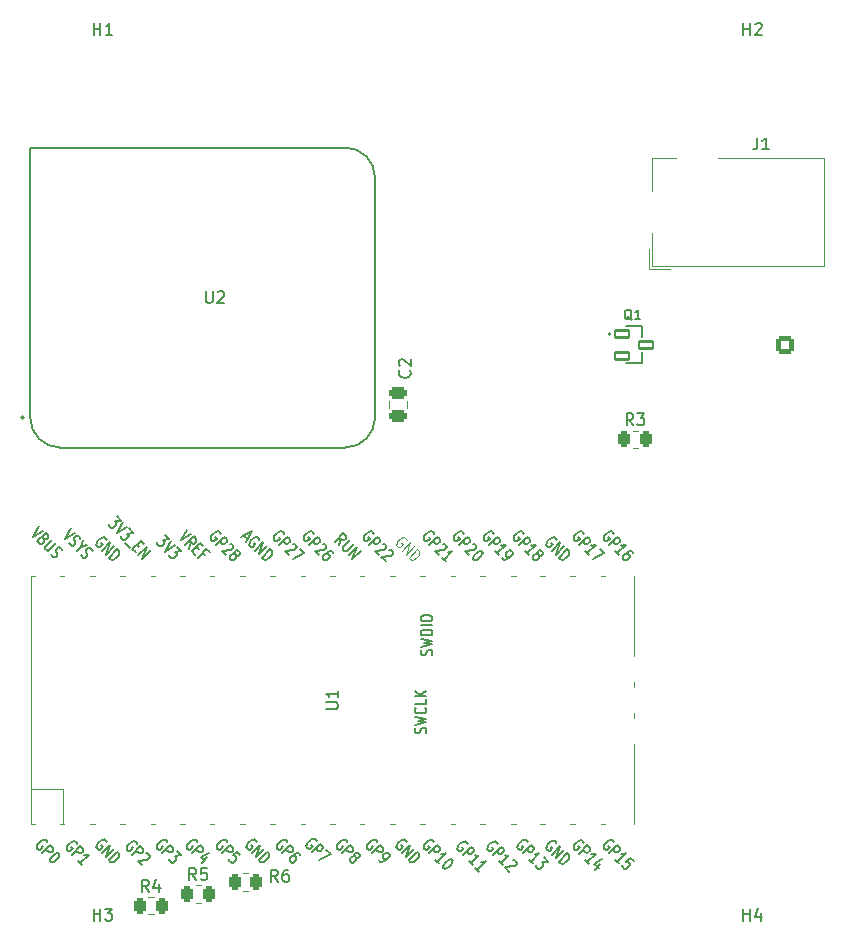
<source format=gto>
G04 #@! TF.GenerationSoftware,KiCad,Pcbnew,9.0.0*
G04 #@! TF.CreationDate,2025-05-15T15:17:57-04:00*
G04 #@! TF.ProjectId,blood_pressure,626c6f6f-645f-4707-9265-73737572652e,rev?*
G04 #@! TF.SameCoordinates,Original*
G04 #@! TF.FileFunction,Legend,Top*
G04 #@! TF.FilePolarity,Positive*
%FSLAX46Y46*%
G04 Gerber Fmt 4.6, Leading zero omitted, Abs format (unit mm)*
G04 Created by KiCad (PCBNEW 9.0.0) date 2025-05-15 15:17:57*
%MOMM*%
%LPD*%
G01*
G04 APERTURE LIST*
G04 Aperture macros list*
%AMRoundRect*
0 Rectangle with rounded corners*
0 $1 Rounding radius*
0 $2 $3 $4 $5 $6 $7 $8 $9 X,Y pos of 4 corners*
0 Add a 4 corners polygon primitive as box body*
4,1,4,$2,$3,$4,$5,$6,$7,$8,$9,$2,$3,0*
0 Add four circle primitives for the rounded corners*
1,1,$1+$1,$2,$3*
1,1,$1+$1,$4,$5*
1,1,$1+$1,$6,$7*
1,1,$1+$1,$8,$9*
0 Add four rect primitives between the rounded corners*
20,1,$1+$1,$2,$3,$4,$5,0*
20,1,$1+$1,$4,$5,$6,$7,0*
20,1,$1+$1,$6,$7,$8,$9,0*
20,1,$1+$1,$8,$9,$2,$3,0*%
G04 Aperture macros list end*
%ADD10C,0.150000*%
%ADD11C,0.100000*%
%ADD12C,0.120000*%
%ADD13C,0.127000*%
%ADD14C,0.200000*%
%ADD15C,3.200000*%
%ADD16RoundRect,0.250000X-0.262500X-0.450000X0.262500X-0.450000X0.262500X0.450000X-0.262500X0.450000X0*%
%ADD17RoundRect,0.250000X0.475000X-0.250000X0.475000X0.250000X-0.475000X0.250000X-0.475000X-0.250000X0*%
%ADD18C,1.712000*%
%ADD19R,2.600000X2.600000*%
%ADD20C,2.600000*%
%ADD21RoundRect,0.101750X-0.590250X-0.305250X0.590250X-0.305250X0.590250X0.305250X-0.590250X0.305250X0*%
%ADD22O,1.800000X1.800000*%
%ADD23O,1.500000X1.500000*%
%ADD24O,1.700000X1.700000*%
%ADD25R,1.700000X3.500000*%
%ADD26R,1.700000X1.700000*%
%ADD27R,1.800000X1.800000*%
%ADD28C,1.800000*%
%ADD29C,2.000000*%
%ADD30RoundRect,0.250000X0.550000X0.550000X-0.550000X0.550000X-0.550000X-0.550000X0.550000X-0.550000X0*%
%ADD31C,1.600000*%
G04 APERTURE END LIST*
D10*
X166738095Y-98754819D02*
X166738095Y-97754819D01*
X166738095Y-98231009D02*
X167309523Y-98231009D01*
X167309523Y-98754819D02*
X167309523Y-97754819D01*
X168214285Y-98088152D02*
X168214285Y-98754819D01*
X167976190Y-97707200D02*
X167738095Y-98421485D01*
X167738095Y-98421485D02*
X168357142Y-98421485D01*
X120420833Y-95304819D02*
X120087500Y-94828628D01*
X119849405Y-95304819D02*
X119849405Y-94304819D01*
X119849405Y-94304819D02*
X120230357Y-94304819D01*
X120230357Y-94304819D02*
X120325595Y-94352438D01*
X120325595Y-94352438D02*
X120373214Y-94400057D01*
X120373214Y-94400057D02*
X120420833Y-94495295D01*
X120420833Y-94495295D02*
X120420833Y-94638152D01*
X120420833Y-94638152D02*
X120373214Y-94733390D01*
X120373214Y-94733390D02*
X120325595Y-94781009D01*
X120325595Y-94781009D02*
X120230357Y-94828628D01*
X120230357Y-94828628D02*
X119849405Y-94828628D01*
X121325595Y-94304819D02*
X120849405Y-94304819D01*
X120849405Y-94304819D02*
X120801786Y-94781009D01*
X120801786Y-94781009D02*
X120849405Y-94733390D01*
X120849405Y-94733390D02*
X120944643Y-94685771D01*
X120944643Y-94685771D02*
X121182738Y-94685771D01*
X121182738Y-94685771D02*
X121277976Y-94733390D01*
X121277976Y-94733390D02*
X121325595Y-94781009D01*
X121325595Y-94781009D02*
X121373214Y-94876247D01*
X121373214Y-94876247D02*
X121373214Y-95114342D01*
X121373214Y-95114342D02*
X121325595Y-95209580D01*
X121325595Y-95209580D02*
X121277976Y-95257200D01*
X121277976Y-95257200D02*
X121182738Y-95304819D01*
X121182738Y-95304819D02*
X120944643Y-95304819D01*
X120944643Y-95304819D02*
X120849405Y-95257200D01*
X120849405Y-95257200D02*
X120801786Y-95209580D01*
X127333333Y-95454819D02*
X127000000Y-94978628D01*
X126761905Y-95454819D02*
X126761905Y-94454819D01*
X126761905Y-94454819D02*
X127142857Y-94454819D01*
X127142857Y-94454819D02*
X127238095Y-94502438D01*
X127238095Y-94502438D02*
X127285714Y-94550057D01*
X127285714Y-94550057D02*
X127333333Y-94645295D01*
X127333333Y-94645295D02*
X127333333Y-94788152D01*
X127333333Y-94788152D02*
X127285714Y-94883390D01*
X127285714Y-94883390D02*
X127238095Y-94931009D01*
X127238095Y-94931009D02*
X127142857Y-94978628D01*
X127142857Y-94978628D02*
X126761905Y-94978628D01*
X128190476Y-94454819D02*
X128000000Y-94454819D01*
X128000000Y-94454819D02*
X127904762Y-94502438D01*
X127904762Y-94502438D02*
X127857143Y-94550057D01*
X127857143Y-94550057D02*
X127761905Y-94692914D01*
X127761905Y-94692914D02*
X127714286Y-94883390D01*
X127714286Y-94883390D02*
X127714286Y-95264342D01*
X127714286Y-95264342D02*
X127761905Y-95359580D01*
X127761905Y-95359580D02*
X127809524Y-95407200D01*
X127809524Y-95407200D02*
X127904762Y-95454819D01*
X127904762Y-95454819D02*
X128095238Y-95454819D01*
X128095238Y-95454819D02*
X128190476Y-95407200D01*
X128190476Y-95407200D02*
X128238095Y-95359580D01*
X128238095Y-95359580D02*
X128285714Y-95264342D01*
X128285714Y-95264342D02*
X128285714Y-95026247D01*
X128285714Y-95026247D02*
X128238095Y-94931009D01*
X128238095Y-94931009D02*
X128190476Y-94883390D01*
X128190476Y-94883390D02*
X128095238Y-94835771D01*
X128095238Y-94835771D02*
X127904762Y-94835771D01*
X127904762Y-94835771D02*
X127809524Y-94883390D01*
X127809524Y-94883390D02*
X127761905Y-94931009D01*
X127761905Y-94931009D02*
X127714286Y-95026247D01*
X138484580Y-52166666D02*
X138532200Y-52214285D01*
X138532200Y-52214285D02*
X138579819Y-52357142D01*
X138579819Y-52357142D02*
X138579819Y-52452380D01*
X138579819Y-52452380D02*
X138532200Y-52595237D01*
X138532200Y-52595237D02*
X138436961Y-52690475D01*
X138436961Y-52690475D02*
X138341723Y-52738094D01*
X138341723Y-52738094D02*
X138151247Y-52785713D01*
X138151247Y-52785713D02*
X138008390Y-52785713D01*
X138008390Y-52785713D02*
X137817914Y-52738094D01*
X137817914Y-52738094D02*
X137722676Y-52690475D01*
X137722676Y-52690475D02*
X137627438Y-52595237D01*
X137627438Y-52595237D02*
X137579819Y-52452380D01*
X137579819Y-52452380D02*
X137579819Y-52357142D01*
X137579819Y-52357142D02*
X137627438Y-52214285D01*
X137627438Y-52214285D02*
X137675057Y-52166666D01*
X137675057Y-51785713D02*
X137627438Y-51738094D01*
X137627438Y-51738094D02*
X137579819Y-51642856D01*
X137579819Y-51642856D02*
X137579819Y-51404761D01*
X137579819Y-51404761D02*
X137627438Y-51309523D01*
X137627438Y-51309523D02*
X137675057Y-51261904D01*
X137675057Y-51261904D02*
X137770295Y-51214285D01*
X137770295Y-51214285D02*
X137865533Y-51214285D01*
X137865533Y-51214285D02*
X138008390Y-51261904D01*
X138008390Y-51261904D02*
X138579819Y-51833332D01*
X138579819Y-51833332D02*
X138579819Y-51214285D01*
X111738095Y-98754819D02*
X111738095Y-97754819D01*
X111738095Y-98231009D02*
X112309523Y-98231009D01*
X112309523Y-98754819D02*
X112309523Y-97754819D01*
X112690476Y-97754819D02*
X113309523Y-97754819D01*
X113309523Y-97754819D02*
X112976190Y-98135771D01*
X112976190Y-98135771D02*
X113119047Y-98135771D01*
X113119047Y-98135771D02*
X113214285Y-98183390D01*
X113214285Y-98183390D02*
X113261904Y-98231009D01*
X113261904Y-98231009D02*
X113309523Y-98326247D01*
X113309523Y-98326247D02*
X113309523Y-98564342D01*
X113309523Y-98564342D02*
X113261904Y-98659580D01*
X113261904Y-98659580D02*
X113214285Y-98707200D01*
X113214285Y-98707200D02*
X113119047Y-98754819D01*
X113119047Y-98754819D02*
X112833333Y-98754819D01*
X112833333Y-98754819D02*
X112738095Y-98707200D01*
X112738095Y-98707200D02*
X112690476Y-98659580D01*
X121238095Y-45454819D02*
X121238095Y-46264342D01*
X121238095Y-46264342D02*
X121285714Y-46359580D01*
X121285714Y-46359580D02*
X121333333Y-46407200D01*
X121333333Y-46407200D02*
X121428571Y-46454819D01*
X121428571Y-46454819D02*
X121619047Y-46454819D01*
X121619047Y-46454819D02*
X121714285Y-46407200D01*
X121714285Y-46407200D02*
X121761904Y-46359580D01*
X121761904Y-46359580D02*
X121809523Y-46264342D01*
X121809523Y-46264342D02*
X121809523Y-45454819D01*
X122238095Y-45550057D02*
X122285714Y-45502438D01*
X122285714Y-45502438D02*
X122380952Y-45454819D01*
X122380952Y-45454819D02*
X122619047Y-45454819D01*
X122619047Y-45454819D02*
X122714285Y-45502438D01*
X122714285Y-45502438D02*
X122761904Y-45550057D01*
X122761904Y-45550057D02*
X122809523Y-45645295D01*
X122809523Y-45645295D02*
X122809523Y-45740533D01*
X122809523Y-45740533D02*
X122761904Y-45883390D01*
X122761904Y-45883390D02*
X122190476Y-46454819D01*
X122190476Y-46454819D02*
X122809523Y-46454819D01*
X166738095Y-23754819D02*
X166738095Y-22754819D01*
X166738095Y-23231009D02*
X167309523Y-23231009D01*
X167309523Y-23754819D02*
X167309523Y-22754819D01*
X167738095Y-22850057D02*
X167785714Y-22802438D01*
X167785714Y-22802438D02*
X167880952Y-22754819D01*
X167880952Y-22754819D02*
X168119047Y-22754819D01*
X168119047Y-22754819D02*
X168214285Y-22802438D01*
X168214285Y-22802438D02*
X168261904Y-22850057D01*
X168261904Y-22850057D02*
X168309523Y-22945295D01*
X168309523Y-22945295D02*
X168309523Y-23040533D01*
X168309523Y-23040533D02*
X168261904Y-23183390D01*
X168261904Y-23183390D02*
X167690476Y-23754819D01*
X167690476Y-23754819D02*
X168309523Y-23754819D01*
X116420833Y-96304819D02*
X116087500Y-95828628D01*
X115849405Y-96304819D02*
X115849405Y-95304819D01*
X115849405Y-95304819D02*
X116230357Y-95304819D01*
X116230357Y-95304819D02*
X116325595Y-95352438D01*
X116325595Y-95352438D02*
X116373214Y-95400057D01*
X116373214Y-95400057D02*
X116420833Y-95495295D01*
X116420833Y-95495295D02*
X116420833Y-95638152D01*
X116420833Y-95638152D02*
X116373214Y-95733390D01*
X116373214Y-95733390D02*
X116325595Y-95781009D01*
X116325595Y-95781009D02*
X116230357Y-95828628D01*
X116230357Y-95828628D02*
X115849405Y-95828628D01*
X117277976Y-95638152D02*
X117277976Y-96304819D01*
X117039881Y-95257200D02*
X116801786Y-95971485D01*
X116801786Y-95971485D02*
X117420833Y-95971485D01*
X111738095Y-23754819D02*
X111738095Y-22754819D01*
X111738095Y-23231009D02*
X112309523Y-23231009D01*
X112309523Y-23754819D02*
X112309523Y-22754819D01*
X113309523Y-23754819D02*
X112738095Y-23754819D01*
X113023809Y-23754819D02*
X113023809Y-22754819D01*
X113023809Y-22754819D02*
X112928571Y-22897676D01*
X112928571Y-22897676D02*
X112833333Y-22992914D01*
X112833333Y-22992914D02*
X112738095Y-23040533D01*
X157420833Y-56804819D02*
X157087500Y-56328628D01*
X156849405Y-56804819D02*
X156849405Y-55804819D01*
X156849405Y-55804819D02*
X157230357Y-55804819D01*
X157230357Y-55804819D02*
X157325595Y-55852438D01*
X157325595Y-55852438D02*
X157373214Y-55900057D01*
X157373214Y-55900057D02*
X157420833Y-55995295D01*
X157420833Y-55995295D02*
X157420833Y-56138152D01*
X157420833Y-56138152D02*
X157373214Y-56233390D01*
X157373214Y-56233390D02*
X157325595Y-56281009D01*
X157325595Y-56281009D02*
X157230357Y-56328628D01*
X157230357Y-56328628D02*
X156849405Y-56328628D01*
X157754167Y-55804819D02*
X158373214Y-55804819D01*
X158373214Y-55804819D02*
X158039881Y-56185771D01*
X158039881Y-56185771D02*
X158182738Y-56185771D01*
X158182738Y-56185771D02*
X158277976Y-56233390D01*
X158277976Y-56233390D02*
X158325595Y-56281009D01*
X158325595Y-56281009D02*
X158373214Y-56376247D01*
X158373214Y-56376247D02*
X158373214Y-56614342D01*
X158373214Y-56614342D02*
X158325595Y-56709580D01*
X158325595Y-56709580D02*
X158277976Y-56757200D01*
X158277976Y-56757200D02*
X158182738Y-56804819D01*
X158182738Y-56804819D02*
X157897024Y-56804819D01*
X157897024Y-56804819D02*
X157801786Y-56757200D01*
X157801786Y-56757200D02*
X157754167Y-56709580D01*
X167916666Y-32454819D02*
X167916666Y-33169104D01*
X167916666Y-33169104D02*
X167869047Y-33311961D01*
X167869047Y-33311961D02*
X167773809Y-33407200D01*
X167773809Y-33407200D02*
X167630952Y-33454819D01*
X167630952Y-33454819D02*
X167535714Y-33454819D01*
X168916666Y-33454819D02*
X168345238Y-33454819D01*
X168630952Y-33454819D02*
X168630952Y-32454819D01*
X168630952Y-32454819D02*
X168535714Y-32597676D01*
X168535714Y-32597676D02*
X168440476Y-32692914D01*
X168440476Y-32692914D02*
X168345238Y-32740533D01*
X157293809Y-47890485D02*
X157217619Y-47852390D01*
X157217619Y-47852390D02*
X157141428Y-47776200D01*
X157141428Y-47776200D02*
X157027142Y-47661914D01*
X157027142Y-47661914D02*
X156950952Y-47623819D01*
X156950952Y-47623819D02*
X156874761Y-47623819D01*
X156912857Y-47814295D02*
X156836666Y-47776200D01*
X156836666Y-47776200D02*
X156760476Y-47700009D01*
X156760476Y-47700009D02*
X156722380Y-47547628D01*
X156722380Y-47547628D02*
X156722380Y-47280961D01*
X156722380Y-47280961D02*
X156760476Y-47128580D01*
X156760476Y-47128580D02*
X156836666Y-47052390D01*
X156836666Y-47052390D02*
X156912857Y-47014295D01*
X156912857Y-47014295D02*
X157065238Y-47014295D01*
X157065238Y-47014295D02*
X157141428Y-47052390D01*
X157141428Y-47052390D02*
X157217619Y-47128580D01*
X157217619Y-47128580D02*
X157255714Y-47280961D01*
X157255714Y-47280961D02*
X157255714Y-47547628D01*
X157255714Y-47547628D02*
X157217619Y-47700009D01*
X157217619Y-47700009D02*
X157141428Y-47776200D01*
X157141428Y-47776200D02*
X157065238Y-47814295D01*
X157065238Y-47814295D02*
X156912857Y-47814295D01*
X158017618Y-47814295D02*
X157560475Y-47814295D01*
X157789047Y-47814295D02*
X157789047Y-47014295D01*
X157789047Y-47014295D02*
X157712856Y-47128580D01*
X157712856Y-47128580D02*
X157636666Y-47204771D01*
X157636666Y-47204771D02*
X157560475Y-47242866D01*
X131414819Y-80846004D02*
X132224342Y-80846004D01*
X132224342Y-80846004D02*
X132319580Y-80798385D01*
X132319580Y-80798385D02*
X132367200Y-80750766D01*
X132367200Y-80750766D02*
X132414819Y-80655528D01*
X132414819Y-80655528D02*
X132414819Y-80465052D01*
X132414819Y-80465052D02*
X132367200Y-80369814D01*
X132367200Y-80369814D02*
X132319580Y-80322195D01*
X132319580Y-80322195D02*
X132224342Y-80274576D01*
X132224342Y-80274576D02*
X131414819Y-80274576D01*
X132414819Y-79274576D02*
X132414819Y-79846004D01*
X132414819Y-79560290D02*
X131414819Y-79560290D01*
X131414819Y-79560290D02*
X131557676Y-79655528D01*
X131557676Y-79655528D02*
X131652914Y-79750766D01*
X131652914Y-79750766D02*
X131700533Y-79846004D01*
X109785754Y-65528852D02*
X109267209Y-66424521D01*
X109267209Y-66424521D02*
X110162878Y-65905976D01*
X109651067Y-66741035D02*
X109698207Y-66855519D01*
X109698207Y-66855519D02*
X109832894Y-66990206D01*
X109832894Y-66990206D02*
X109920441Y-67010409D01*
X109920441Y-67010409D02*
X109981050Y-67003674D01*
X109981050Y-67003674D02*
X110075331Y-66963268D01*
X110075331Y-66963268D02*
X110142675Y-66895925D01*
X110142675Y-66895925D02*
X110183081Y-66801644D01*
X110183081Y-66801644D02*
X110189815Y-66741035D01*
X110189815Y-66741035D02*
X110169612Y-66653488D01*
X110169612Y-66653488D02*
X110095534Y-66512067D01*
X110095534Y-66512067D02*
X110075331Y-66424520D01*
X110075331Y-66424520D02*
X110082065Y-66363911D01*
X110082065Y-66363911D02*
X110122472Y-66269630D01*
X110122472Y-66269630D02*
X110189815Y-66202287D01*
X110189815Y-66202287D02*
X110284096Y-66161881D01*
X110284096Y-66161881D02*
X110344705Y-66155146D01*
X110344705Y-66155146D02*
X110432252Y-66175349D01*
X110432252Y-66175349D02*
X110566939Y-66310036D01*
X110566939Y-66310036D02*
X110614079Y-66424520D01*
X110627548Y-67111424D02*
X110290830Y-67448142D01*
X110809375Y-66552473D02*
X110627548Y-67111424D01*
X110627548Y-67111424D02*
X111186499Y-66929597D01*
X110674688Y-67764656D02*
X110721829Y-67879140D01*
X110721829Y-67879140D02*
X110856516Y-68013827D01*
X110856516Y-68013827D02*
X110944062Y-68034030D01*
X110944062Y-68034030D02*
X111004671Y-68027296D01*
X111004671Y-68027296D02*
X111098952Y-67986890D01*
X111098952Y-67986890D02*
X111166296Y-67919546D01*
X111166296Y-67919546D02*
X111206702Y-67825265D01*
X111206702Y-67825265D02*
X111213436Y-67764656D01*
X111213436Y-67764656D02*
X111193233Y-67677109D01*
X111193233Y-67677109D02*
X111119155Y-67535688D01*
X111119155Y-67535688D02*
X111098952Y-67448142D01*
X111098952Y-67448142D02*
X111105687Y-67387532D01*
X111105687Y-67387532D02*
X111146093Y-67293251D01*
X111146093Y-67293251D02*
X111213436Y-67225908D01*
X111213436Y-67225908D02*
X111307717Y-67185502D01*
X111307717Y-67185502D02*
X111368326Y-67178768D01*
X111368326Y-67178768D02*
X111455873Y-67198971D01*
X111455873Y-67198971D02*
X111590560Y-67333658D01*
X111590560Y-67333658D02*
X111637700Y-67448142D01*
X115397768Y-92228209D02*
X115377565Y-92140663D01*
X115377565Y-92140663D02*
X115296753Y-92059851D01*
X115296753Y-92059851D02*
X115182269Y-92012710D01*
X115182269Y-92012710D02*
X115061051Y-92026179D01*
X115061051Y-92026179D02*
X114966770Y-92066585D01*
X114966770Y-92066585D02*
X114805145Y-92174335D01*
X114805145Y-92174335D02*
X114704130Y-92275350D01*
X114704130Y-92275350D02*
X114596380Y-92436974D01*
X114596380Y-92436974D02*
X114555974Y-92531255D01*
X114555974Y-92531255D02*
X114542506Y-92652473D01*
X114542506Y-92652473D02*
X114589646Y-92766957D01*
X114589646Y-92766957D02*
X114643521Y-92820832D01*
X114643521Y-92820832D02*
X114758005Y-92867973D01*
X114758005Y-92867973D02*
X114818614Y-92861238D01*
X114818614Y-92861238D02*
X115054316Y-92625536D01*
X115054316Y-92625536D02*
X114946567Y-92517786D01*
X114993707Y-93171018D02*
X115700814Y-92463912D01*
X115700814Y-92463912D02*
X115916313Y-92679411D01*
X115916313Y-92679411D02*
X115936516Y-92766957D01*
X115936516Y-92766957D02*
X115929782Y-92827567D01*
X115929782Y-92827567D02*
X115889376Y-92921847D01*
X115889376Y-92921847D02*
X115788360Y-93022863D01*
X115788360Y-93022863D02*
X115694080Y-93063269D01*
X115694080Y-93063269D02*
X115633470Y-93070003D01*
X115633470Y-93070003D02*
X115545924Y-93049800D01*
X115545924Y-93049800D02*
X115330425Y-92834301D01*
X116172218Y-93070003D02*
X116232828Y-93063269D01*
X116232828Y-93063269D02*
X116320374Y-93083472D01*
X116320374Y-93083472D02*
X116455061Y-93218159D01*
X116455061Y-93218159D02*
X116475264Y-93305705D01*
X116475264Y-93305705D02*
X116468530Y-93366315D01*
X116468530Y-93366315D02*
X116428124Y-93460595D01*
X116428124Y-93460595D02*
X116360780Y-93527939D01*
X116360780Y-93527939D02*
X116232828Y-93602017D01*
X116232828Y-93602017D02*
X115505518Y-93682829D01*
X115505518Y-93682829D02*
X115855704Y-94033015D01*
X107108411Y-65361509D02*
X106589866Y-66257177D01*
X106589866Y-66257177D02*
X107485534Y-65738632D01*
X107525940Y-66452473D02*
X107573081Y-66566957D01*
X107573081Y-66566957D02*
X107566346Y-66627566D01*
X107566346Y-66627566D02*
X107525940Y-66721847D01*
X107525940Y-66721847D02*
X107424925Y-66822862D01*
X107424925Y-66822862D02*
X107330644Y-66863268D01*
X107330644Y-66863268D02*
X107270035Y-66870003D01*
X107270035Y-66870003D02*
X107182488Y-66849800D01*
X107182488Y-66849800D02*
X106966989Y-66634301D01*
X106966989Y-66634301D02*
X107674096Y-65927194D01*
X107674096Y-65927194D02*
X107862658Y-66115756D01*
X107862658Y-66115756D02*
X107882861Y-66203302D01*
X107882861Y-66203302D02*
X107876127Y-66263911D01*
X107876127Y-66263911D02*
X107835720Y-66358192D01*
X107835720Y-66358192D02*
X107768377Y-66425536D01*
X107768377Y-66425536D02*
X107674096Y-66465942D01*
X107674096Y-66465942D02*
X107613487Y-66472676D01*
X107613487Y-66472676D02*
X107525940Y-66452473D01*
X107525940Y-66452473D02*
X107337379Y-66263911D01*
X108239781Y-66492879D02*
X107667362Y-67065299D01*
X107667362Y-67065299D02*
X107626956Y-67159580D01*
X107626956Y-67159580D02*
X107620221Y-67220189D01*
X107620221Y-67220189D02*
X107640424Y-67307736D01*
X107640424Y-67307736D02*
X107748174Y-67415485D01*
X107748174Y-67415485D02*
X107835720Y-67435688D01*
X107835720Y-67435688D02*
X107896330Y-67428954D01*
X107896330Y-67428954D02*
X107990610Y-67388548D01*
X107990610Y-67388548D02*
X108563030Y-66816128D01*
X108132032Y-67731999D02*
X108179172Y-67846483D01*
X108179172Y-67846483D02*
X108313859Y-67981170D01*
X108313859Y-67981170D02*
X108401406Y-68001373D01*
X108401406Y-68001373D02*
X108462015Y-67994639D01*
X108462015Y-67994639D02*
X108556296Y-67954233D01*
X108556296Y-67954233D02*
X108623639Y-67886889D01*
X108623639Y-67886889D02*
X108664045Y-67792609D01*
X108664045Y-67792609D02*
X108670780Y-67731999D01*
X108670780Y-67731999D02*
X108650577Y-67644453D01*
X108650577Y-67644453D02*
X108576499Y-67503032D01*
X108576499Y-67503032D02*
X108556296Y-67415485D01*
X108556296Y-67415485D02*
X108563030Y-67354876D01*
X108563030Y-67354876D02*
X108603436Y-67260595D01*
X108603436Y-67260595D02*
X108670780Y-67193251D01*
X108670780Y-67193251D02*
X108765061Y-67152845D01*
X108765061Y-67152845D02*
X108825670Y-67146111D01*
X108825670Y-67146111D02*
X108913216Y-67166314D01*
X108913216Y-67166314D02*
X109047903Y-67301001D01*
X109047903Y-67301001D02*
X109095044Y-67415485D01*
X120477768Y-92128209D02*
X120457565Y-92040663D01*
X120457565Y-92040663D02*
X120376753Y-91959851D01*
X120376753Y-91959851D02*
X120262269Y-91912710D01*
X120262269Y-91912710D02*
X120141051Y-91926179D01*
X120141051Y-91926179D02*
X120046770Y-91966585D01*
X120046770Y-91966585D02*
X119885145Y-92074335D01*
X119885145Y-92074335D02*
X119784130Y-92175350D01*
X119784130Y-92175350D02*
X119676380Y-92336974D01*
X119676380Y-92336974D02*
X119635974Y-92431255D01*
X119635974Y-92431255D02*
X119622506Y-92552473D01*
X119622506Y-92552473D02*
X119669646Y-92666957D01*
X119669646Y-92666957D02*
X119723521Y-92720832D01*
X119723521Y-92720832D02*
X119838005Y-92767973D01*
X119838005Y-92767973D02*
X119898614Y-92761238D01*
X119898614Y-92761238D02*
X120134316Y-92525536D01*
X120134316Y-92525536D02*
X120026567Y-92417786D01*
X120073707Y-93071018D02*
X120780814Y-92363912D01*
X120780814Y-92363912D02*
X120996313Y-92579411D01*
X120996313Y-92579411D02*
X121016516Y-92666957D01*
X121016516Y-92666957D02*
X121009782Y-92727567D01*
X121009782Y-92727567D02*
X120969376Y-92821847D01*
X120969376Y-92821847D02*
X120868360Y-92922863D01*
X120868360Y-92922863D02*
X120774080Y-92963269D01*
X120774080Y-92963269D02*
X120713470Y-92970003D01*
X120713470Y-92970003D02*
X120625924Y-92949800D01*
X120625924Y-92949800D02*
X120410425Y-92734301D01*
X121353234Y-93407736D02*
X120881829Y-93879140D01*
X121487921Y-93003675D02*
X120848157Y-93374064D01*
X120848157Y-93374064D02*
X121198344Y-93724250D01*
X145930894Y-92258835D02*
X145910691Y-92171288D01*
X145910691Y-92171288D02*
X145829878Y-92090476D01*
X145829878Y-92090476D02*
X145715394Y-92043336D01*
X145715394Y-92043336D02*
X145594176Y-92056804D01*
X145594176Y-92056804D02*
X145499895Y-92097210D01*
X145499895Y-92097210D02*
X145338271Y-92204960D01*
X145338271Y-92204960D02*
X145237256Y-92305975D01*
X145237256Y-92305975D02*
X145129506Y-92467600D01*
X145129506Y-92467600D02*
X145089100Y-92561881D01*
X145089100Y-92561881D02*
X145075631Y-92683099D01*
X145075631Y-92683099D02*
X145122772Y-92797583D01*
X145122772Y-92797583D02*
X145176646Y-92851458D01*
X145176646Y-92851458D02*
X145291130Y-92898598D01*
X145291130Y-92898598D02*
X145351740Y-92891864D01*
X145351740Y-92891864D02*
X145587442Y-92656162D01*
X145587442Y-92656162D02*
X145479692Y-92548412D01*
X145526833Y-93201644D02*
X146233939Y-92494537D01*
X146233939Y-92494537D02*
X146449439Y-92710036D01*
X146449439Y-92710036D02*
X146469642Y-92797583D01*
X146469642Y-92797583D02*
X146462907Y-92858192D01*
X146462907Y-92858192D02*
X146422501Y-92952473D01*
X146422501Y-92952473D02*
X146321486Y-93053488D01*
X146321486Y-93053488D02*
X146227205Y-93093894D01*
X146227205Y-93093894D02*
X146166596Y-93100629D01*
X146166596Y-93100629D02*
X146079049Y-93080426D01*
X146079049Y-93080426D02*
X145863550Y-92864926D01*
X146388830Y-94063641D02*
X146065581Y-93740392D01*
X146227205Y-93902016D02*
X146934312Y-93194910D01*
X146934312Y-93194910D02*
X146779422Y-93242050D01*
X146779422Y-93242050D02*
X146658204Y-93255519D01*
X146658204Y-93255519D02*
X146570657Y-93235316D01*
X147244092Y-93639377D02*
X147304701Y-93632643D01*
X147304701Y-93632643D02*
X147392248Y-93652846D01*
X147392248Y-93652846D02*
X147526935Y-93787533D01*
X147526935Y-93787533D02*
X147547138Y-93875079D01*
X147547138Y-93875079D02*
X147540404Y-93935688D01*
X147540404Y-93935688D02*
X147499997Y-94029969D01*
X147499997Y-94029969D02*
X147432654Y-94097313D01*
X147432654Y-94097313D02*
X147304701Y-94171391D01*
X147304701Y-94171391D02*
X146577391Y-94252203D01*
X146577391Y-94252203D02*
X146927578Y-94602389D01*
X150920831Y-92217172D02*
X150900628Y-92129626D01*
X150900628Y-92129626D02*
X150819816Y-92048813D01*
X150819816Y-92048813D02*
X150705332Y-92001673D01*
X150705332Y-92001673D02*
X150584113Y-92015142D01*
X150584113Y-92015142D02*
X150489832Y-92055548D01*
X150489832Y-92055548D02*
X150328208Y-92163297D01*
X150328208Y-92163297D02*
X150227193Y-92264313D01*
X150227193Y-92264313D02*
X150119443Y-92425937D01*
X150119443Y-92425937D02*
X150079037Y-92520218D01*
X150079037Y-92520218D02*
X150065568Y-92641436D01*
X150065568Y-92641436D02*
X150112709Y-92755920D01*
X150112709Y-92755920D02*
X150166584Y-92809795D01*
X150166584Y-92809795D02*
X150281068Y-92856935D01*
X150281068Y-92856935D02*
X150341677Y-92850201D01*
X150341677Y-92850201D02*
X150577379Y-92614499D01*
X150577379Y-92614499D02*
X150469629Y-92506749D01*
X150516770Y-93159981D02*
X151223877Y-92452874D01*
X151223877Y-92452874D02*
X150840019Y-93483230D01*
X150840019Y-93483230D02*
X151547125Y-92776123D01*
X151109393Y-93752604D02*
X151816499Y-93045497D01*
X151816499Y-93045497D02*
X151951186Y-93180184D01*
X151951186Y-93180184D02*
X151998327Y-93294668D01*
X151998327Y-93294668D02*
X151984858Y-93415886D01*
X151984858Y-93415886D02*
X151944452Y-93510167D01*
X151944452Y-93510167D02*
X151836702Y-93671792D01*
X151836702Y-93671792D02*
X151735687Y-93772807D01*
X151735687Y-93772807D02*
X151574063Y-93880556D01*
X151574063Y-93880556D02*
X151479782Y-93920963D01*
X151479782Y-93920963D02*
X151358564Y-93934431D01*
X151358564Y-93934431D02*
X151244080Y-93887291D01*
X151244080Y-93887291D02*
X151109393Y-93752604D01*
X145608394Y-66004835D02*
X145588191Y-65917288D01*
X145588191Y-65917288D02*
X145507378Y-65836476D01*
X145507378Y-65836476D02*
X145392894Y-65789336D01*
X145392894Y-65789336D02*
X145271676Y-65802804D01*
X145271676Y-65802804D02*
X145177395Y-65843210D01*
X145177395Y-65843210D02*
X145015771Y-65950960D01*
X145015771Y-65950960D02*
X144914756Y-66051975D01*
X144914756Y-66051975D02*
X144807006Y-66213600D01*
X144807006Y-66213600D02*
X144766600Y-66307881D01*
X144766600Y-66307881D02*
X144753131Y-66429099D01*
X144753131Y-66429099D02*
X144800272Y-66543583D01*
X144800272Y-66543583D02*
X144854146Y-66597458D01*
X144854146Y-66597458D02*
X144968630Y-66644598D01*
X144968630Y-66644598D02*
X145029240Y-66637864D01*
X145029240Y-66637864D02*
X145264942Y-66402162D01*
X145264942Y-66402162D02*
X145157192Y-66294412D01*
X145204333Y-66947644D02*
X145911439Y-66240537D01*
X145911439Y-66240537D02*
X146126939Y-66456036D01*
X146126939Y-66456036D02*
X146147142Y-66543583D01*
X146147142Y-66543583D02*
X146140407Y-66604192D01*
X146140407Y-66604192D02*
X146100001Y-66698473D01*
X146100001Y-66698473D02*
X145998986Y-66799488D01*
X145998986Y-66799488D02*
X145904705Y-66839894D01*
X145904705Y-66839894D02*
X145844096Y-66846629D01*
X145844096Y-66846629D02*
X145756549Y-66826426D01*
X145756549Y-66826426D02*
X145541050Y-66610926D01*
X146066330Y-67809641D02*
X145743081Y-67486392D01*
X145904705Y-67648016D02*
X146611812Y-66940910D01*
X146611812Y-66940910D02*
X146456922Y-66988050D01*
X146456922Y-66988050D02*
X146335704Y-67001519D01*
X146335704Y-67001519D02*
X146248157Y-66981316D01*
X146335704Y-68079015D02*
X146443453Y-68186765D01*
X146443453Y-68186765D02*
X146531000Y-68206968D01*
X146531000Y-68206968D02*
X146591609Y-68200233D01*
X146591609Y-68200233D02*
X146746499Y-68153093D01*
X146746499Y-68153093D02*
X146908123Y-68045343D01*
X146908123Y-68045343D02*
X147177497Y-67775969D01*
X147177497Y-67775969D02*
X147217904Y-67681688D01*
X147217904Y-67681688D02*
X147224638Y-67621079D01*
X147224638Y-67621079D02*
X147204435Y-67533533D01*
X147204435Y-67533533D02*
X147096685Y-67425783D01*
X147096685Y-67425783D02*
X147009139Y-67405580D01*
X147009139Y-67405580D02*
X146948530Y-67412314D01*
X146948530Y-67412314D02*
X146854249Y-67452720D01*
X146854249Y-67452720D02*
X146685890Y-67621079D01*
X146685890Y-67621079D02*
X146645484Y-67715360D01*
X146645484Y-67715360D02*
X146638749Y-67775969D01*
X146638749Y-67775969D02*
X146658953Y-67863516D01*
X146658953Y-67863516D02*
X146766702Y-67971265D01*
X146766702Y-67971265D02*
X146854249Y-67991468D01*
X146854249Y-67991468D02*
X146914858Y-67984734D01*
X146914858Y-67984734D02*
X147009139Y-67944328D01*
X135448394Y-66004835D02*
X135428191Y-65917288D01*
X135428191Y-65917288D02*
X135347378Y-65836476D01*
X135347378Y-65836476D02*
X135232894Y-65789336D01*
X135232894Y-65789336D02*
X135111676Y-65802804D01*
X135111676Y-65802804D02*
X135017395Y-65843210D01*
X135017395Y-65843210D02*
X134855771Y-65950960D01*
X134855771Y-65950960D02*
X134754756Y-66051975D01*
X134754756Y-66051975D02*
X134647006Y-66213600D01*
X134647006Y-66213600D02*
X134606600Y-66307881D01*
X134606600Y-66307881D02*
X134593131Y-66429099D01*
X134593131Y-66429099D02*
X134640272Y-66543583D01*
X134640272Y-66543583D02*
X134694146Y-66597458D01*
X134694146Y-66597458D02*
X134808630Y-66644598D01*
X134808630Y-66644598D02*
X134869240Y-66637864D01*
X134869240Y-66637864D02*
X135104942Y-66402162D01*
X135104942Y-66402162D02*
X134997192Y-66294412D01*
X135044333Y-66947644D02*
X135751439Y-66240537D01*
X135751439Y-66240537D02*
X135966939Y-66456036D01*
X135966939Y-66456036D02*
X135987142Y-66543583D01*
X135987142Y-66543583D02*
X135980407Y-66604192D01*
X135980407Y-66604192D02*
X135940001Y-66698473D01*
X135940001Y-66698473D02*
X135838986Y-66799488D01*
X135838986Y-66799488D02*
X135744705Y-66839894D01*
X135744705Y-66839894D02*
X135684096Y-66846629D01*
X135684096Y-66846629D02*
X135596549Y-66826426D01*
X135596549Y-66826426D02*
X135381050Y-66610926D01*
X136222844Y-66846629D02*
X136283453Y-66839894D01*
X136283453Y-66839894D02*
X136371000Y-66860097D01*
X136371000Y-66860097D02*
X136505687Y-66994784D01*
X136505687Y-66994784D02*
X136525890Y-67082331D01*
X136525890Y-67082331D02*
X136519155Y-67142940D01*
X136519155Y-67142940D02*
X136478749Y-67237221D01*
X136478749Y-67237221D02*
X136411406Y-67304565D01*
X136411406Y-67304565D02*
X136283453Y-67378642D01*
X136283453Y-67378642D02*
X135556143Y-67459455D01*
X135556143Y-67459455D02*
X135906330Y-67809641D01*
X136761592Y-67385377D02*
X136822201Y-67378643D01*
X136822201Y-67378643D02*
X136909748Y-67398846D01*
X136909748Y-67398846D02*
X137044435Y-67533533D01*
X137044435Y-67533533D02*
X137064638Y-67621079D01*
X137064638Y-67621079D02*
X137057904Y-67681688D01*
X137057904Y-67681688D02*
X137017497Y-67775969D01*
X137017497Y-67775969D02*
X136950154Y-67843313D01*
X136950154Y-67843313D02*
X136822201Y-67917391D01*
X136822201Y-67917391D02*
X136094891Y-67998203D01*
X136094891Y-67998203D02*
X136445078Y-68348389D01*
X153228394Y-66004835D02*
X153208191Y-65917288D01*
X153208191Y-65917288D02*
X153127378Y-65836476D01*
X153127378Y-65836476D02*
X153012894Y-65789336D01*
X153012894Y-65789336D02*
X152891676Y-65802804D01*
X152891676Y-65802804D02*
X152797395Y-65843210D01*
X152797395Y-65843210D02*
X152635771Y-65950960D01*
X152635771Y-65950960D02*
X152534756Y-66051975D01*
X152534756Y-66051975D02*
X152427006Y-66213600D01*
X152427006Y-66213600D02*
X152386600Y-66307881D01*
X152386600Y-66307881D02*
X152373131Y-66429099D01*
X152373131Y-66429099D02*
X152420272Y-66543583D01*
X152420272Y-66543583D02*
X152474146Y-66597458D01*
X152474146Y-66597458D02*
X152588630Y-66644598D01*
X152588630Y-66644598D02*
X152649240Y-66637864D01*
X152649240Y-66637864D02*
X152884942Y-66402162D01*
X152884942Y-66402162D02*
X152777192Y-66294412D01*
X152824333Y-66947644D02*
X153531439Y-66240537D01*
X153531439Y-66240537D02*
X153746939Y-66456036D01*
X153746939Y-66456036D02*
X153767142Y-66543583D01*
X153767142Y-66543583D02*
X153760407Y-66604192D01*
X153760407Y-66604192D02*
X153720001Y-66698473D01*
X153720001Y-66698473D02*
X153618986Y-66799488D01*
X153618986Y-66799488D02*
X153524705Y-66839894D01*
X153524705Y-66839894D02*
X153464096Y-66846629D01*
X153464096Y-66846629D02*
X153376549Y-66826426D01*
X153376549Y-66826426D02*
X153161050Y-66610926D01*
X153686330Y-67809641D02*
X153363081Y-67486392D01*
X153524705Y-67648016D02*
X154231812Y-66940910D01*
X154231812Y-66940910D02*
X154076922Y-66988050D01*
X154076922Y-66988050D02*
X153955704Y-67001519D01*
X153955704Y-67001519D02*
X153868157Y-66981316D01*
X154581998Y-67291096D02*
X154959122Y-67668220D01*
X154959122Y-67668220D02*
X154009579Y-68132890D01*
X143068394Y-66004835D02*
X143048191Y-65917288D01*
X143048191Y-65917288D02*
X142967378Y-65836476D01*
X142967378Y-65836476D02*
X142852894Y-65789336D01*
X142852894Y-65789336D02*
X142731676Y-65802804D01*
X142731676Y-65802804D02*
X142637395Y-65843210D01*
X142637395Y-65843210D02*
X142475771Y-65950960D01*
X142475771Y-65950960D02*
X142374756Y-66051975D01*
X142374756Y-66051975D02*
X142267006Y-66213600D01*
X142267006Y-66213600D02*
X142226600Y-66307881D01*
X142226600Y-66307881D02*
X142213131Y-66429099D01*
X142213131Y-66429099D02*
X142260272Y-66543583D01*
X142260272Y-66543583D02*
X142314146Y-66597458D01*
X142314146Y-66597458D02*
X142428630Y-66644598D01*
X142428630Y-66644598D02*
X142489240Y-66637864D01*
X142489240Y-66637864D02*
X142724942Y-66402162D01*
X142724942Y-66402162D02*
X142617192Y-66294412D01*
X142664333Y-66947644D02*
X143371439Y-66240537D01*
X143371439Y-66240537D02*
X143586939Y-66456036D01*
X143586939Y-66456036D02*
X143607142Y-66543583D01*
X143607142Y-66543583D02*
X143600407Y-66604192D01*
X143600407Y-66604192D02*
X143560001Y-66698473D01*
X143560001Y-66698473D02*
X143458986Y-66799488D01*
X143458986Y-66799488D02*
X143364705Y-66839894D01*
X143364705Y-66839894D02*
X143304096Y-66846629D01*
X143304096Y-66846629D02*
X143216549Y-66826426D01*
X143216549Y-66826426D02*
X143001050Y-66610926D01*
X143842844Y-66846629D02*
X143903453Y-66839894D01*
X143903453Y-66839894D02*
X143991000Y-66860097D01*
X143991000Y-66860097D02*
X144125687Y-66994784D01*
X144125687Y-66994784D02*
X144145890Y-67082331D01*
X144145890Y-67082331D02*
X144139155Y-67142940D01*
X144139155Y-67142940D02*
X144098749Y-67237221D01*
X144098749Y-67237221D02*
X144031406Y-67304565D01*
X144031406Y-67304565D02*
X143903453Y-67378642D01*
X143903453Y-67378642D02*
X143176143Y-67459455D01*
X143176143Y-67459455D02*
X143526330Y-67809641D01*
X144583623Y-67452720D02*
X144637497Y-67506595D01*
X144637497Y-67506595D02*
X144657701Y-67594142D01*
X144657701Y-67594142D02*
X144650966Y-67654751D01*
X144650966Y-67654751D02*
X144610560Y-67749032D01*
X144610560Y-67749032D02*
X144502810Y-67910656D01*
X144502810Y-67910656D02*
X144334452Y-68079015D01*
X144334452Y-68079015D02*
X144172827Y-68186765D01*
X144172827Y-68186765D02*
X144078546Y-68227171D01*
X144078546Y-68227171D02*
X144017937Y-68233905D01*
X144017937Y-68233905D02*
X143930391Y-68213702D01*
X143930391Y-68213702D02*
X143876516Y-68159827D01*
X143876516Y-68159827D02*
X143856313Y-68072281D01*
X143856313Y-68072281D02*
X143863047Y-68011671D01*
X143863047Y-68011671D02*
X143903453Y-67917391D01*
X143903453Y-67917391D02*
X144011203Y-67755766D01*
X144011203Y-67755766D02*
X144179562Y-67587407D01*
X144179562Y-67587407D02*
X144341186Y-67479658D01*
X144341186Y-67479658D02*
X144435467Y-67439252D01*
X144435467Y-67439252D02*
X144496076Y-67432517D01*
X144496076Y-67432517D02*
X144583623Y-67452720D01*
X150930831Y-66501272D02*
X150910628Y-66413726D01*
X150910628Y-66413726D02*
X150829816Y-66332913D01*
X150829816Y-66332913D02*
X150715332Y-66285773D01*
X150715332Y-66285773D02*
X150594113Y-66299242D01*
X150594113Y-66299242D02*
X150499832Y-66339648D01*
X150499832Y-66339648D02*
X150338208Y-66447397D01*
X150338208Y-66447397D02*
X150237193Y-66548413D01*
X150237193Y-66548413D02*
X150129443Y-66710037D01*
X150129443Y-66710037D02*
X150089037Y-66804318D01*
X150089037Y-66804318D02*
X150075568Y-66925536D01*
X150075568Y-66925536D02*
X150122709Y-67040020D01*
X150122709Y-67040020D02*
X150176584Y-67093895D01*
X150176584Y-67093895D02*
X150291068Y-67141035D01*
X150291068Y-67141035D02*
X150351677Y-67134301D01*
X150351677Y-67134301D02*
X150587379Y-66898599D01*
X150587379Y-66898599D02*
X150479629Y-66790849D01*
X150526770Y-67444081D02*
X151233877Y-66736974D01*
X151233877Y-66736974D02*
X150850019Y-67767330D01*
X150850019Y-67767330D02*
X151557125Y-67060223D01*
X151119393Y-68036704D02*
X151826499Y-67329597D01*
X151826499Y-67329597D02*
X151961186Y-67464284D01*
X151961186Y-67464284D02*
X152008327Y-67578768D01*
X152008327Y-67578768D02*
X151994858Y-67699986D01*
X151994858Y-67699986D02*
X151954452Y-67794267D01*
X151954452Y-67794267D02*
X151846702Y-67955892D01*
X151846702Y-67955892D02*
X151745687Y-68056907D01*
X151745687Y-68056907D02*
X151584063Y-68164656D01*
X151584063Y-68164656D02*
X151489782Y-68205063D01*
X151489782Y-68205063D02*
X151368564Y-68218531D01*
X151368564Y-68218531D02*
X151254080Y-68171391D01*
X151254080Y-68171391D02*
X151119393Y-68036704D01*
X155768394Y-66004835D02*
X155748191Y-65917288D01*
X155748191Y-65917288D02*
X155667378Y-65836476D01*
X155667378Y-65836476D02*
X155552894Y-65789336D01*
X155552894Y-65789336D02*
X155431676Y-65802804D01*
X155431676Y-65802804D02*
X155337395Y-65843210D01*
X155337395Y-65843210D02*
X155175771Y-65950960D01*
X155175771Y-65950960D02*
X155074756Y-66051975D01*
X155074756Y-66051975D02*
X154967006Y-66213600D01*
X154967006Y-66213600D02*
X154926600Y-66307881D01*
X154926600Y-66307881D02*
X154913131Y-66429099D01*
X154913131Y-66429099D02*
X154960272Y-66543583D01*
X154960272Y-66543583D02*
X155014146Y-66597458D01*
X155014146Y-66597458D02*
X155128630Y-66644598D01*
X155128630Y-66644598D02*
X155189240Y-66637864D01*
X155189240Y-66637864D02*
X155424942Y-66402162D01*
X155424942Y-66402162D02*
X155317192Y-66294412D01*
X155364333Y-66947644D02*
X156071439Y-66240537D01*
X156071439Y-66240537D02*
X156286939Y-66456036D01*
X156286939Y-66456036D02*
X156307142Y-66543583D01*
X156307142Y-66543583D02*
X156300407Y-66604192D01*
X156300407Y-66604192D02*
X156260001Y-66698473D01*
X156260001Y-66698473D02*
X156158986Y-66799488D01*
X156158986Y-66799488D02*
X156064705Y-66839894D01*
X156064705Y-66839894D02*
X156004096Y-66846629D01*
X156004096Y-66846629D02*
X155916549Y-66826426D01*
X155916549Y-66826426D02*
X155701050Y-66610926D01*
X156226330Y-67809641D02*
X155903081Y-67486392D01*
X156064705Y-67648016D02*
X156771812Y-66940910D01*
X156771812Y-66940910D02*
X156616922Y-66988050D01*
X156616922Y-66988050D02*
X156495704Y-67001519D01*
X156495704Y-67001519D02*
X156408157Y-66981316D01*
X157418310Y-67587407D02*
X157310560Y-67479658D01*
X157310560Y-67479658D02*
X157223014Y-67459455D01*
X157223014Y-67459455D02*
X157162404Y-67466189D01*
X157162404Y-67466189D02*
X157007514Y-67513330D01*
X157007514Y-67513330D02*
X156845890Y-67621079D01*
X156845890Y-67621079D02*
X156576516Y-67890453D01*
X156576516Y-67890453D02*
X156536110Y-67984734D01*
X156536110Y-67984734D02*
X156529375Y-68045343D01*
X156529375Y-68045343D02*
X156549579Y-68132890D01*
X156549579Y-68132890D02*
X156657328Y-68240639D01*
X156657328Y-68240639D02*
X156744875Y-68260842D01*
X156744875Y-68260842D02*
X156805484Y-68254108D01*
X156805484Y-68254108D02*
X156899765Y-68213702D01*
X156899765Y-68213702D02*
X157068123Y-68045343D01*
X157068123Y-68045343D02*
X157108530Y-67951062D01*
X157108530Y-67951062D02*
X157115264Y-67890453D01*
X157115264Y-67890453D02*
X157095061Y-67802907D01*
X157095061Y-67802907D02*
X156987311Y-67695157D01*
X156987311Y-67695157D02*
X156899765Y-67674954D01*
X156899765Y-67674954D02*
X156839156Y-67681688D01*
X156839156Y-67681688D02*
X156744875Y-67722094D01*
X107777768Y-92128209D02*
X107757565Y-92040663D01*
X107757565Y-92040663D02*
X107676753Y-91959851D01*
X107676753Y-91959851D02*
X107562269Y-91912710D01*
X107562269Y-91912710D02*
X107441051Y-91926179D01*
X107441051Y-91926179D02*
X107346770Y-91966585D01*
X107346770Y-91966585D02*
X107185145Y-92074335D01*
X107185145Y-92074335D02*
X107084130Y-92175350D01*
X107084130Y-92175350D02*
X106976380Y-92336974D01*
X106976380Y-92336974D02*
X106935974Y-92431255D01*
X106935974Y-92431255D02*
X106922506Y-92552473D01*
X106922506Y-92552473D02*
X106969646Y-92666957D01*
X106969646Y-92666957D02*
X107023521Y-92720832D01*
X107023521Y-92720832D02*
X107138005Y-92767973D01*
X107138005Y-92767973D02*
X107198614Y-92761238D01*
X107198614Y-92761238D02*
X107434316Y-92525536D01*
X107434316Y-92525536D02*
X107326567Y-92417786D01*
X107373707Y-93071018D02*
X108080814Y-92363912D01*
X108080814Y-92363912D02*
X108296313Y-92579411D01*
X108296313Y-92579411D02*
X108316516Y-92666957D01*
X108316516Y-92666957D02*
X108309782Y-92727567D01*
X108309782Y-92727567D02*
X108269376Y-92821847D01*
X108269376Y-92821847D02*
X108168360Y-92922863D01*
X108168360Y-92922863D02*
X108074080Y-92963269D01*
X108074080Y-92963269D02*
X108013470Y-92970003D01*
X108013470Y-92970003D02*
X107925924Y-92949800D01*
X107925924Y-92949800D02*
X107710425Y-92734301D01*
X108754249Y-93037347D02*
X108808124Y-93091221D01*
X108808124Y-93091221D02*
X108828327Y-93178768D01*
X108828327Y-93178768D02*
X108821592Y-93239377D01*
X108821592Y-93239377D02*
X108781186Y-93333658D01*
X108781186Y-93333658D02*
X108673437Y-93495282D01*
X108673437Y-93495282D02*
X108505078Y-93663641D01*
X108505078Y-93663641D02*
X108343454Y-93771391D01*
X108343454Y-93771391D02*
X108249173Y-93811797D01*
X108249173Y-93811797D02*
X108188564Y-93818531D01*
X108188564Y-93818531D02*
X108101017Y-93798328D01*
X108101017Y-93798328D02*
X108047142Y-93744453D01*
X108047142Y-93744453D02*
X108026939Y-93656907D01*
X108026939Y-93656907D02*
X108033673Y-93596298D01*
X108033673Y-93596298D02*
X108074080Y-93502017D01*
X108074080Y-93502017D02*
X108181829Y-93340392D01*
X108181829Y-93340392D02*
X108350188Y-93172034D01*
X108350188Y-93172034D02*
X108511812Y-93064284D01*
X108511812Y-93064284D02*
X108606093Y-93023878D01*
X108606093Y-93023878D02*
X108666702Y-93017144D01*
X108666702Y-93017144D02*
X108754249Y-93037347D01*
D11*
X138228992Y-66503111D02*
X138208789Y-66415564D01*
X138208789Y-66415564D02*
X138127977Y-66334752D01*
X138127977Y-66334752D02*
X138013493Y-66287611D01*
X138013493Y-66287611D02*
X137892275Y-66301080D01*
X137892275Y-66301080D02*
X137797994Y-66341486D01*
X137797994Y-66341486D02*
X137636370Y-66449236D01*
X137636370Y-66449236D02*
X137535354Y-66550251D01*
X137535354Y-66550251D02*
X137427605Y-66711875D01*
X137427605Y-66711875D02*
X137387199Y-66806156D01*
X137387199Y-66806156D02*
X137373730Y-66927375D01*
X137373730Y-66927375D02*
X137420870Y-67041859D01*
X137420870Y-67041859D02*
X137474745Y-67095733D01*
X137474745Y-67095733D02*
X137589229Y-67142874D01*
X137589229Y-67142874D02*
X137649838Y-67136140D01*
X137649838Y-67136140D02*
X137885541Y-66900437D01*
X137885541Y-66900437D02*
X137777791Y-66792688D01*
X137824931Y-67445920D02*
X138532038Y-66738813D01*
X138532038Y-66738813D02*
X138148180Y-67769168D01*
X138148180Y-67769168D02*
X138855287Y-67062062D01*
X138417554Y-68038542D02*
X139124661Y-67331436D01*
X139124661Y-67331436D02*
X139259348Y-67466123D01*
X139259348Y-67466123D02*
X139306488Y-67580606D01*
X139306488Y-67580606D02*
X139293020Y-67701825D01*
X139293020Y-67701825D02*
X139252614Y-67796106D01*
X139252614Y-67796106D02*
X139144864Y-67957730D01*
X139144864Y-67957730D02*
X139043849Y-68058745D01*
X139043849Y-68058745D02*
X138882224Y-68166495D01*
X138882224Y-68166495D02*
X138787943Y-68206901D01*
X138787943Y-68206901D02*
X138666725Y-68220370D01*
X138666725Y-68220370D02*
X138552241Y-68173229D01*
X138552241Y-68173229D02*
X138417554Y-68038542D01*
D10*
X143390894Y-92258835D02*
X143370691Y-92171288D01*
X143370691Y-92171288D02*
X143289878Y-92090476D01*
X143289878Y-92090476D02*
X143175394Y-92043336D01*
X143175394Y-92043336D02*
X143054176Y-92056804D01*
X143054176Y-92056804D02*
X142959895Y-92097210D01*
X142959895Y-92097210D02*
X142798271Y-92204960D01*
X142798271Y-92204960D02*
X142697256Y-92305975D01*
X142697256Y-92305975D02*
X142589506Y-92467600D01*
X142589506Y-92467600D02*
X142549100Y-92561881D01*
X142549100Y-92561881D02*
X142535631Y-92683099D01*
X142535631Y-92683099D02*
X142582772Y-92797583D01*
X142582772Y-92797583D02*
X142636646Y-92851458D01*
X142636646Y-92851458D02*
X142751130Y-92898598D01*
X142751130Y-92898598D02*
X142811740Y-92891864D01*
X142811740Y-92891864D02*
X143047442Y-92656162D01*
X143047442Y-92656162D02*
X142939692Y-92548412D01*
X142986833Y-93201644D02*
X143693939Y-92494537D01*
X143693939Y-92494537D02*
X143909439Y-92710036D01*
X143909439Y-92710036D02*
X143929642Y-92797583D01*
X143929642Y-92797583D02*
X143922907Y-92858192D01*
X143922907Y-92858192D02*
X143882501Y-92952473D01*
X143882501Y-92952473D02*
X143781486Y-93053488D01*
X143781486Y-93053488D02*
X143687205Y-93093894D01*
X143687205Y-93093894D02*
X143626596Y-93100629D01*
X143626596Y-93100629D02*
X143539049Y-93080426D01*
X143539049Y-93080426D02*
X143323550Y-92864926D01*
X143848830Y-94063641D02*
X143525581Y-93740392D01*
X143687205Y-93902016D02*
X144394312Y-93194910D01*
X144394312Y-93194910D02*
X144239422Y-93242050D01*
X144239422Y-93242050D02*
X144118204Y-93255519D01*
X144118204Y-93255519D02*
X144030657Y-93235316D01*
X144387578Y-94602389D02*
X144064329Y-94279140D01*
X144225953Y-94440765D02*
X144933060Y-93733658D01*
X144933060Y-93733658D02*
X144778170Y-93780798D01*
X144778170Y-93780798D02*
X144656952Y-93794267D01*
X144656952Y-93794267D02*
X144569405Y-93774064D01*
X117745128Y-66098226D02*
X118095314Y-66448412D01*
X118095314Y-66448412D02*
X117637379Y-66529224D01*
X117637379Y-66529224D02*
X117718191Y-66610036D01*
X117718191Y-66610036D02*
X117738394Y-66697583D01*
X117738394Y-66697583D02*
X117731659Y-66758192D01*
X117731659Y-66758192D02*
X117691253Y-66852473D01*
X117691253Y-66852473D02*
X117522895Y-67020832D01*
X117522895Y-67020832D02*
X117428614Y-67061238D01*
X117428614Y-67061238D02*
X117368005Y-67067972D01*
X117368005Y-67067972D02*
X117280458Y-67047769D01*
X117280458Y-67047769D02*
X117118834Y-66886145D01*
X117118834Y-66886145D02*
X117098631Y-66798598D01*
X117098631Y-66798598D02*
X117105365Y-66737989D01*
X118256939Y-66610037D02*
X117738394Y-67505705D01*
X117738394Y-67505705D02*
X118634063Y-66987160D01*
X118768749Y-67121847D02*
X119118936Y-67472033D01*
X119118936Y-67472033D02*
X118661000Y-67552845D01*
X118661000Y-67552845D02*
X118741812Y-67633658D01*
X118741812Y-67633658D02*
X118762015Y-67721204D01*
X118762015Y-67721204D02*
X118755281Y-67781813D01*
X118755281Y-67781813D02*
X118714875Y-67876094D01*
X118714875Y-67876094D02*
X118546516Y-68044453D01*
X118546516Y-68044453D02*
X118452235Y-68084859D01*
X118452235Y-68084859D02*
X118391626Y-68091594D01*
X118391626Y-68091594D02*
X118304079Y-68071390D01*
X118304079Y-68071390D02*
X118142455Y-67909766D01*
X118142455Y-67909766D02*
X118122252Y-67822219D01*
X118122252Y-67822219D02*
X118128986Y-67761610D01*
X138230831Y-92101272D02*
X138210628Y-92013726D01*
X138210628Y-92013726D02*
X138129816Y-91932913D01*
X138129816Y-91932913D02*
X138015332Y-91885773D01*
X138015332Y-91885773D02*
X137894113Y-91899242D01*
X137894113Y-91899242D02*
X137799832Y-91939648D01*
X137799832Y-91939648D02*
X137638208Y-92047397D01*
X137638208Y-92047397D02*
X137537193Y-92148413D01*
X137537193Y-92148413D02*
X137429443Y-92310037D01*
X137429443Y-92310037D02*
X137389037Y-92404318D01*
X137389037Y-92404318D02*
X137375568Y-92525536D01*
X137375568Y-92525536D02*
X137422709Y-92640020D01*
X137422709Y-92640020D02*
X137476584Y-92693895D01*
X137476584Y-92693895D02*
X137591068Y-92741035D01*
X137591068Y-92741035D02*
X137651677Y-92734301D01*
X137651677Y-92734301D02*
X137887379Y-92498599D01*
X137887379Y-92498599D02*
X137779629Y-92390849D01*
X137826770Y-93044081D02*
X138533877Y-92336974D01*
X138533877Y-92336974D02*
X138150019Y-93367330D01*
X138150019Y-93367330D02*
X138857125Y-92660223D01*
X138419393Y-93636704D02*
X139126499Y-92929597D01*
X139126499Y-92929597D02*
X139261186Y-93064284D01*
X139261186Y-93064284D02*
X139308327Y-93178768D01*
X139308327Y-93178768D02*
X139294858Y-93299986D01*
X139294858Y-93299986D02*
X139254452Y-93394267D01*
X139254452Y-93394267D02*
X139146702Y-93555892D01*
X139146702Y-93555892D02*
X139045687Y-93656907D01*
X139045687Y-93656907D02*
X138884063Y-93764656D01*
X138884063Y-93764656D02*
X138789782Y-93805063D01*
X138789782Y-93805063D02*
X138668564Y-93818531D01*
X138668564Y-93818531D02*
X138554080Y-93771391D01*
X138554080Y-93771391D02*
X138419393Y-93636704D01*
X110307768Y-92228209D02*
X110287565Y-92140663D01*
X110287565Y-92140663D02*
X110206753Y-92059851D01*
X110206753Y-92059851D02*
X110092269Y-92012710D01*
X110092269Y-92012710D02*
X109971051Y-92026179D01*
X109971051Y-92026179D02*
X109876770Y-92066585D01*
X109876770Y-92066585D02*
X109715145Y-92174335D01*
X109715145Y-92174335D02*
X109614130Y-92275350D01*
X109614130Y-92275350D02*
X109506380Y-92436974D01*
X109506380Y-92436974D02*
X109465974Y-92531255D01*
X109465974Y-92531255D02*
X109452506Y-92652473D01*
X109452506Y-92652473D02*
X109499646Y-92766957D01*
X109499646Y-92766957D02*
X109553521Y-92820832D01*
X109553521Y-92820832D02*
X109668005Y-92867973D01*
X109668005Y-92867973D02*
X109728614Y-92861238D01*
X109728614Y-92861238D02*
X109964316Y-92625536D01*
X109964316Y-92625536D02*
X109856567Y-92517786D01*
X109903707Y-93171018D02*
X110610814Y-92463912D01*
X110610814Y-92463912D02*
X110826313Y-92679411D01*
X110826313Y-92679411D02*
X110846516Y-92766957D01*
X110846516Y-92766957D02*
X110839782Y-92827567D01*
X110839782Y-92827567D02*
X110799376Y-92921847D01*
X110799376Y-92921847D02*
X110698360Y-93022863D01*
X110698360Y-93022863D02*
X110604080Y-93063269D01*
X110604080Y-93063269D02*
X110543470Y-93070003D01*
X110543470Y-93070003D02*
X110455924Y-93049800D01*
X110455924Y-93049800D02*
X110240425Y-92834301D01*
X110765704Y-94033015D02*
X110442455Y-93709766D01*
X110604080Y-93871391D02*
X111311186Y-93164284D01*
X111311186Y-93164284D02*
X111156296Y-93211424D01*
X111156296Y-93211424D02*
X111035078Y-93224893D01*
X111035078Y-93224893D02*
X110947531Y-93204690D01*
X112830831Y-92101272D02*
X112810628Y-92013726D01*
X112810628Y-92013726D02*
X112729816Y-91932913D01*
X112729816Y-91932913D02*
X112615332Y-91885773D01*
X112615332Y-91885773D02*
X112494113Y-91899242D01*
X112494113Y-91899242D02*
X112399832Y-91939648D01*
X112399832Y-91939648D02*
X112238208Y-92047397D01*
X112238208Y-92047397D02*
X112137193Y-92148413D01*
X112137193Y-92148413D02*
X112029443Y-92310037D01*
X112029443Y-92310037D02*
X111989037Y-92404318D01*
X111989037Y-92404318D02*
X111975568Y-92525536D01*
X111975568Y-92525536D02*
X112022709Y-92640020D01*
X112022709Y-92640020D02*
X112076584Y-92693895D01*
X112076584Y-92693895D02*
X112191068Y-92741035D01*
X112191068Y-92741035D02*
X112251677Y-92734301D01*
X112251677Y-92734301D02*
X112487379Y-92498599D01*
X112487379Y-92498599D02*
X112379629Y-92390849D01*
X112426770Y-93044081D02*
X113133877Y-92336974D01*
X113133877Y-92336974D02*
X112750019Y-93367330D01*
X112750019Y-93367330D02*
X113457125Y-92660223D01*
X113019393Y-93636704D02*
X113726499Y-92929597D01*
X113726499Y-92929597D02*
X113861186Y-93064284D01*
X113861186Y-93064284D02*
X113908327Y-93178768D01*
X113908327Y-93178768D02*
X113894858Y-93299986D01*
X113894858Y-93299986D02*
X113854452Y-93394267D01*
X113854452Y-93394267D02*
X113746702Y-93555892D01*
X113746702Y-93555892D02*
X113645687Y-93656907D01*
X113645687Y-93656907D02*
X113484063Y-93764656D01*
X113484063Y-93764656D02*
X113389782Y-93805063D01*
X113389782Y-93805063D02*
X113268564Y-93818531D01*
X113268564Y-93818531D02*
X113154080Y-93771391D01*
X113154080Y-93771391D02*
X113019393Y-93636704D01*
X133177768Y-92128209D02*
X133157565Y-92040663D01*
X133157565Y-92040663D02*
X133076753Y-91959851D01*
X133076753Y-91959851D02*
X132962269Y-91912710D01*
X132962269Y-91912710D02*
X132841051Y-91926179D01*
X132841051Y-91926179D02*
X132746770Y-91966585D01*
X132746770Y-91966585D02*
X132585145Y-92074335D01*
X132585145Y-92074335D02*
X132484130Y-92175350D01*
X132484130Y-92175350D02*
X132376380Y-92336974D01*
X132376380Y-92336974D02*
X132335974Y-92431255D01*
X132335974Y-92431255D02*
X132322506Y-92552473D01*
X132322506Y-92552473D02*
X132369646Y-92666957D01*
X132369646Y-92666957D02*
X132423521Y-92720832D01*
X132423521Y-92720832D02*
X132538005Y-92767973D01*
X132538005Y-92767973D02*
X132598614Y-92761238D01*
X132598614Y-92761238D02*
X132834316Y-92525536D01*
X132834316Y-92525536D02*
X132726567Y-92417786D01*
X132773707Y-93071018D02*
X133480814Y-92363912D01*
X133480814Y-92363912D02*
X133696313Y-92579411D01*
X133696313Y-92579411D02*
X133716516Y-92666957D01*
X133716516Y-92666957D02*
X133709782Y-92727567D01*
X133709782Y-92727567D02*
X133669376Y-92821847D01*
X133669376Y-92821847D02*
X133568360Y-92922863D01*
X133568360Y-92922863D02*
X133474080Y-92963269D01*
X133474080Y-92963269D02*
X133413470Y-92970003D01*
X133413470Y-92970003D02*
X133325924Y-92949800D01*
X133325924Y-92949800D02*
X133110425Y-92734301D01*
X133824266Y-93313455D02*
X133804063Y-93225908D01*
X133804063Y-93225908D02*
X133810797Y-93165299D01*
X133810797Y-93165299D02*
X133851203Y-93071018D01*
X133851203Y-93071018D02*
X133884875Y-93037347D01*
X133884875Y-93037347D02*
X133979156Y-92996941D01*
X133979156Y-92996941D02*
X134039765Y-92990206D01*
X134039765Y-92990206D02*
X134127312Y-93010409D01*
X134127312Y-93010409D02*
X134235061Y-93118159D01*
X134235061Y-93118159D02*
X134255264Y-93205705D01*
X134255264Y-93205705D02*
X134248530Y-93266315D01*
X134248530Y-93266315D02*
X134208124Y-93360595D01*
X134208124Y-93360595D02*
X134174452Y-93394267D01*
X134174452Y-93394267D02*
X134080171Y-93434673D01*
X134080171Y-93434673D02*
X134019562Y-93441408D01*
X134019562Y-93441408D02*
X133932015Y-93421205D01*
X133932015Y-93421205D02*
X133824266Y-93313455D01*
X133824266Y-93313455D02*
X133736719Y-93293252D01*
X133736719Y-93293252D02*
X133676110Y-93299986D01*
X133676110Y-93299986D02*
X133581829Y-93340392D01*
X133581829Y-93340392D02*
X133447142Y-93475079D01*
X133447142Y-93475079D02*
X133406736Y-93569360D01*
X133406736Y-93569360D02*
X133400002Y-93629969D01*
X133400002Y-93629969D02*
X133420205Y-93717516D01*
X133420205Y-93717516D02*
X133527954Y-93825266D01*
X133527954Y-93825266D02*
X133615501Y-93845469D01*
X133615501Y-93845469D02*
X133676110Y-93838734D01*
X133676110Y-93838734D02*
X133770391Y-93798328D01*
X133770391Y-93798328D02*
X133905078Y-93663641D01*
X133905078Y-93663641D02*
X133945484Y-93569360D01*
X133945484Y-93569360D02*
X133952218Y-93508751D01*
X133952218Y-93508751D02*
X133932015Y-93421205D01*
X119633254Y-65661352D02*
X119114709Y-66557021D01*
X119114709Y-66557021D02*
X120010378Y-66038476D01*
X119815081Y-67257393D02*
X119963237Y-66732113D01*
X119491833Y-66934144D02*
X120198939Y-66227037D01*
X120198939Y-66227037D02*
X120414439Y-66442536D01*
X120414439Y-66442536D02*
X120434642Y-66530083D01*
X120434642Y-66530083D02*
X120427907Y-66590692D01*
X120427907Y-66590692D02*
X120387501Y-66684973D01*
X120387501Y-66684973D02*
X120286486Y-66785988D01*
X120286486Y-66785988D02*
X120192205Y-66826394D01*
X120192205Y-66826394D02*
X120131596Y-66833129D01*
X120131596Y-66833129D02*
X120044049Y-66812926D01*
X120044049Y-66812926D02*
X119828550Y-66597426D01*
X120427907Y-67129440D02*
X120616469Y-67318002D01*
X120326892Y-67769203D02*
X120057518Y-67499829D01*
X120057518Y-67499829D02*
X120764625Y-66792723D01*
X120764625Y-66792723D02*
X121033999Y-67062097D01*
X121128280Y-67829813D02*
X120939718Y-67641251D01*
X120569329Y-68011640D02*
X121276436Y-67304534D01*
X121276436Y-67304534D02*
X121545810Y-67573908D01*
X155768394Y-92112835D02*
X155748191Y-92025288D01*
X155748191Y-92025288D02*
X155667378Y-91944476D01*
X155667378Y-91944476D02*
X155552894Y-91897336D01*
X155552894Y-91897336D02*
X155431676Y-91910804D01*
X155431676Y-91910804D02*
X155337395Y-91951210D01*
X155337395Y-91951210D02*
X155175771Y-92058960D01*
X155175771Y-92058960D02*
X155074756Y-92159975D01*
X155074756Y-92159975D02*
X154967006Y-92321600D01*
X154967006Y-92321600D02*
X154926600Y-92415881D01*
X154926600Y-92415881D02*
X154913131Y-92537099D01*
X154913131Y-92537099D02*
X154960272Y-92651583D01*
X154960272Y-92651583D02*
X155014146Y-92705458D01*
X155014146Y-92705458D02*
X155128630Y-92752598D01*
X155128630Y-92752598D02*
X155189240Y-92745864D01*
X155189240Y-92745864D02*
X155424942Y-92510162D01*
X155424942Y-92510162D02*
X155317192Y-92402412D01*
X155364333Y-93055644D02*
X156071439Y-92348537D01*
X156071439Y-92348537D02*
X156286939Y-92564036D01*
X156286939Y-92564036D02*
X156307142Y-92651583D01*
X156307142Y-92651583D02*
X156300407Y-92712192D01*
X156300407Y-92712192D02*
X156260001Y-92806473D01*
X156260001Y-92806473D02*
X156158986Y-92907488D01*
X156158986Y-92907488D02*
X156064705Y-92947894D01*
X156064705Y-92947894D02*
X156004096Y-92954629D01*
X156004096Y-92954629D02*
X155916549Y-92934426D01*
X155916549Y-92934426D02*
X155701050Y-92718926D01*
X156226330Y-93917641D02*
X155903081Y-93594392D01*
X156064705Y-93756016D02*
X156771812Y-93048910D01*
X156771812Y-93048910D02*
X156616922Y-93096050D01*
X156616922Y-93096050D02*
X156495704Y-93109519D01*
X156495704Y-93109519D02*
X156408157Y-93089316D01*
X157445247Y-93722345D02*
X157175873Y-93452971D01*
X157175873Y-93452971D02*
X156812218Y-93762751D01*
X156812218Y-93762751D02*
X156872827Y-93756017D01*
X156872827Y-93756017D02*
X156960374Y-93776220D01*
X156960374Y-93776220D02*
X157095061Y-93910907D01*
X157095061Y-93910907D02*
X157115264Y-93998453D01*
X157115264Y-93998453D02*
X157108530Y-94059062D01*
X157108530Y-94059062D02*
X157068123Y-94153343D01*
X157068123Y-94153343D02*
X156899765Y-94321702D01*
X156899765Y-94321702D02*
X156805484Y-94362108D01*
X156805484Y-94362108D02*
X156744875Y-94368842D01*
X156744875Y-94368842D02*
X156657328Y-94348639D01*
X156657328Y-94348639D02*
X156522641Y-94213952D01*
X156522641Y-94213952D02*
X156502438Y-94126406D01*
X156502438Y-94126406D02*
X156509172Y-94065797D01*
X148470894Y-92112835D02*
X148450691Y-92025288D01*
X148450691Y-92025288D02*
X148369878Y-91944476D01*
X148369878Y-91944476D02*
X148255394Y-91897336D01*
X148255394Y-91897336D02*
X148134176Y-91910804D01*
X148134176Y-91910804D02*
X148039895Y-91951210D01*
X148039895Y-91951210D02*
X147878271Y-92058960D01*
X147878271Y-92058960D02*
X147777256Y-92159975D01*
X147777256Y-92159975D02*
X147669506Y-92321600D01*
X147669506Y-92321600D02*
X147629100Y-92415881D01*
X147629100Y-92415881D02*
X147615631Y-92537099D01*
X147615631Y-92537099D02*
X147662772Y-92651583D01*
X147662772Y-92651583D02*
X147716646Y-92705458D01*
X147716646Y-92705458D02*
X147831130Y-92752598D01*
X147831130Y-92752598D02*
X147891740Y-92745864D01*
X147891740Y-92745864D02*
X148127442Y-92510162D01*
X148127442Y-92510162D02*
X148019692Y-92402412D01*
X148066833Y-93055644D02*
X148773939Y-92348537D01*
X148773939Y-92348537D02*
X148989439Y-92564036D01*
X148989439Y-92564036D02*
X149009642Y-92651583D01*
X149009642Y-92651583D02*
X149002907Y-92712192D01*
X149002907Y-92712192D02*
X148962501Y-92806473D01*
X148962501Y-92806473D02*
X148861486Y-92907488D01*
X148861486Y-92907488D02*
X148767205Y-92947894D01*
X148767205Y-92947894D02*
X148706596Y-92954629D01*
X148706596Y-92954629D02*
X148619049Y-92934426D01*
X148619049Y-92934426D02*
X148403550Y-92718926D01*
X148928830Y-93917641D02*
X148605581Y-93594392D01*
X148767205Y-93756016D02*
X149474312Y-93048910D01*
X149474312Y-93048910D02*
X149319422Y-93096050D01*
X149319422Y-93096050D02*
X149198204Y-93109519D01*
X149198204Y-93109519D02*
X149110657Y-93089316D01*
X149824498Y-93399096D02*
X150174684Y-93749282D01*
X150174684Y-93749282D02*
X149716749Y-93830094D01*
X149716749Y-93830094D02*
X149797561Y-93910907D01*
X149797561Y-93910907D02*
X149817764Y-93998453D01*
X149817764Y-93998453D02*
X149811030Y-94059062D01*
X149811030Y-94059062D02*
X149770623Y-94153343D01*
X149770623Y-94153343D02*
X149602265Y-94321702D01*
X149602265Y-94321702D02*
X149507984Y-94362108D01*
X149507984Y-94362108D02*
X149447375Y-94368842D01*
X149447375Y-94368842D02*
X149359828Y-94348639D01*
X149359828Y-94348639D02*
X149198204Y-94187015D01*
X149198204Y-94187015D02*
X149178001Y-94099468D01*
X149178001Y-94099468D02*
X149184735Y-94038859D01*
X124493741Y-66152991D02*
X124763115Y-66422365D01*
X124237836Y-66301147D02*
X125133504Y-65782602D01*
X125133504Y-65782602D02*
X124614959Y-66678271D01*
X125773267Y-66489709D02*
X125753064Y-66402162D01*
X125753064Y-66402162D02*
X125672252Y-66321350D01*
X125672252Y-66321350D02*
X125557768Y-66274209D01*
X125557768Y-66274209D02*
X125436550Y-66287678D01*
X125436550Y-66287678D02*
X125342269Y-66328084D01*
X125342269Y-66328084D02*
X125180645Y-66435834D01*
X125180645Y-66435834D02*
X125079629Y-66536849D01*
X125079629Y-66536849D02*
X124971880Y-66698473D01*
X124971880Y-66698473D02*
X124931474Y-66792754D01*
X124931474Y-66792754D02*
X124918005Y-66913973D01*
X124918005Y-66913973D02*
X124965145Y-67028457D01*
X124965145Y-67028457D02*
X125019020Y-67082331D01*
X125019020Y-67082331D02*
X125133504Y-67129472D01*
X125133504Y-67129472D02*
X125194113Y-67122738D01*
X125194113Y-67122738D02*
X125429816Y-66887035D01*
X125429816Y-66887035D02*
X125322066Y-66779286D01*
X125369206Y-67432518D02*
X126076313Y-66725411D01*
X126076313Y-66725411D02*
X125692455Y-67755766D01*
X125692455Y-67755766D02*
X126399562Y-67048660D01*
X125961829Y-68025140D02*
X126668936Y-67318034D01*
X126668936Y-67318034D02*
X126803623Y-67452721D01*
X126803623Y-67452721D02*
X126850763Y-67567205D01*
X126850763Y-67567205D02*
X126837295Y-67688423D01*
X126837295Y-67688423D02*
X126796889Y-67782704D01*
X126796889Y-67782704D02*
X126689139Y-67944328D01*
X126689139Y-67944328D02*
X126588124Y-68045343D01*
X126588124Y-68045343D02*
X126426499Y-68153093D01*
X126426499Y-68153093D02*
X126332218Y-68193499D01*
X126332218Y-68193499D02*
X126211000Y-68206968D01*
X126211000Y-68206968D02*
X126096516Y-68159827D01*
X126096516Y-68159827D02*
X125961829Y-68025140D01*
X127838394Y-66004835D02*
X127818191Y-65917288D01*
X127818191Y-65917288D02*
X127737378Y-65836476D01*
X127737378Y-65836476D02*
X127622894Y-65789336D01*
X127622894Y-65789336D02*
X127501676Y-65802804D01*
X127501676Y-65802804D02*
X127407395Y-65843210D01*
X127407395Y-65843210D02*
X127245771Y-65950960D01*
X127245771Y-65950960D02*
X127144756Y-66051975D01*
X127144756Y-66051975D02*
X127037006Y-66213600D01*
X127037006Y-66213600D02*
X126996600Y-66307881D01*
X126996600Y-66307881D02*
X126983131Y-66429099D01*
X126983131Y-66429099D02*
X127030272Y-66543583D01*
X127030272Y-66543583D02*
X127084146Y-66597458D01*
X127084146Y-66597458D02*
X127198630Y-66644598D01*
X127198630Y-66644598D02*
X127259240Y-66637864D01*
X127259240Y-66637864D02*
X127494942Y-66402162D01*
X127494942Y-66402162D02*
X127387192Y-66294412D01*
X127434333Y-66947644D02*
X128141439Y-66240537D01*
X128141439Y-66240537D02*
X128356939Y-66456036D01*
X128356939Y-66456036D02*
X128377142Y-66543583D01*
X128377142Y-66543583D02*
X128370407Y-66604192D01*
X128370407Y-66604192D02*
X128330001Y-66698473D01*
X128330001Y-66698473D02*
X128228986Y-66799488D01*
X128228986Y-66799488D02*
X128134705Y-66839894D01*
X128134705Y-66839894D02*
X128074096Y-66846629D01*
X128074096Y-66846629D02*
X127986549Y-66826426D01*
X127986549Y-66826426D02*
X127771050Y-66610926D01*
X128612844Y-66846629D02*
X128673453Y-66839894D01*
X128673453Y-66839894D02*
X128761000Y-66860097D01*
X128761000Y-66860097D02*
X128895687Y-66994784D01*
X128895687Y-66994784D02*
X128915890Y-67082331D01*
X128915890Y-67082331D02*
X128909155Y-67142940D01*
X128909155Y-67142940D02*
X128868749Y-67237221D01*
X128868749Y-67237221D02*
X128801406Y-67304565D01*
X128801406Y-67304565D02*
X128673453Y-67378642D01*
X128673453Y-67378642D02*
X127946143Y-67459455D01*
X127946143Y-67459455D02*
X128296330Y-67809641D01*
X129191998Y-67291096D02*
X129569122Y-67668220D01*
X129569122Y-67668220D02*
X128619579Y-68132890D01*
X112830831Y-66501272D02*
X112810628Y-66413726D01*
X112810628Y-66413726D02*
X112729816Y-66332913D01*
X112729816Y-66332913D02*
X112615332Y-66285773D01*
X112615332Y-66285773D02*
X112494113Y-66299242D01*
X112494113Y-66299242D02*
X112399832Y-66339648D01*
X112399832Y-66339648D02*
X112238208Y-66447397D01*
X112238208Y-66447397D02*
X112137193Y-66548413D01*
X112137193Y-66548413D02*
X112029443Y-66710037D01*
X112029443Y-66710037D02*
X111989037Y-66804318D01*
X111989037Y-66804318D02*
X111975568Y-66925536D01*
X111975568Y-66925536D02*
X112022709Y-67040020D01*
X112022709Y-67040020D02*
X112076584Y-67093895D01*
X112076584Y-67093895D02*
X112191068Y-67141035D01*
X112191068Y-67141035D02*
X112251677Y-67134301D01*
X112251677Y-67134301D02*
X112487379Y-66898599D01*
X112487379Y-66898599D02*
X112379629Y-66790849D01*
X112426770Y-67444081D02*
X113133877Y-66736974D01*
X113133877Y-66736974D02*
X112750019Y-67767330D01*
X112750019Y-67767330D02*
X113457125Y-67060223D01*
X113019393Y-68036704D02*
X113726499Y-67329597D01*
X113726499Y-67329597D02*
X113861186Y-67464284D01*
X113861186Y-67464284D02*
X113908327Y-67578768D01*
X113908327Y-67578768D02*
X113894858Y-67699986D01*
X113894858Y-67699986D02*
X113854452Y-67794267D01*
X113854452Y-67794267D02*
X113746702Y-67955892D01*
X113746702Y-67955892D02*
X113645687Y-68056907D01*
X113645687Y-68056907D02*
X113484063Y-68164656D01*
X113484063Y-68164656D02*
X113389782Y-68205063D01*
X113389782Y-68205063D02*
X113268564Y-68218531D01*
X113268564Y-68218531D02*
X113154080Y-68171391D01*
X113154080Y-68171391D02*
X113019393Y-68036704D01*
X125530831Y-92101272D02*
X125510628Y-92013726D01*
X125510628Y-92013726D02*
X125429816Y-91932913D01*
X125429816Y-91932913D02*
X125315332Y-91885773D01*
X125315332Y-91885773D02*
X125194113Y-91899242D01*
X125194113Y-91899242D02*
X125099832Y-91939648D01*
X125099832Y-91939648D02*
X124938208Y-92047397D01*
X124938208Y-92047397D02*
X124837193Y-92148413D01*
X124837193Y-92148413D02*
X124729443Y-92310037D01*
X124729443Y-92310037D02*
X124689037Y-92404318D01*
X124689037Y-92404318D02*
X124675568Y-92525536D01*
X124675568Y-92525536D02*
X124722709Y-92640020D01*
X124722709Y-92640020D02*
X124776584Y-92693895D01*
X124776584Y-92693895D02*
X124891068Y-92741035D01*
X124891068Y-92741035D02*
X124951677Y-92734301D01*
X124951677Y-92734301D02*
X125187379Y-92498599D01*
X125187379Y-92498599D02*
X125079629Y-92390849D01*
X125126770Y-93044081D02*
X125833877Y-92336974D01*
X125833877Y-92336974D02*
X125450019Y-93367330D01*
X125450019Y-93367330D02*
X126157125Y-92660223D01*
X125719393Y-93636704D02*
X126426499Y-92929597D01*
X126426499Y-92929597D02*
X126561186Y-93064284D01*
X126561186Y-93064284D02*
X126608327Y-93178768D01*
X126608327Y-93178768D02*
X126594858Y-93299986D01*
X126594858Y-93299986D02*
X126554452Y-93394267D01*
X126554452Y-93394267D02*
X126446702Y-93555892D01*
X126446702Y-93555892D02*
X126345687Y-93656907D01*
X126345687Y-93656907D02*
X126184063Y-93764656D01*
X126184063Y-93764656D02*
X126089782Y-93805063D01*
X126089782Y-93805063D02*
X125968564Y-93818531D01*
X125968564Y-93818531D02*
X125854080Y-93771391D01*
X125854080Y-93771391D02*
X125719393Y-93636704D01*
X140528394Y-92112835D02*
X140508191Y-92025288D01*
X140508191Y-92025288D02*
X140427378Y-91944476D01*
X140427378Y-91944476D02*
X140312894Y-91897336D01*
X140312894Y-91897336D02*
X140191676Y-91910804D01*
X140191676Y-91910804D02*
X140097395Y-91951210D01*
X140097395Y-91951210D02*
X139935771Y-92058960D01*
X139935771Y-92058960D02*
X139834756Y-92159975D01*
X139834756Y-92159975D02*
X139727006Y-92321600D01*
X139727006Y-92321600D02*
X139686600Y-92415881D01*
X139686600Y-92415881D02*
X139673131Y-92537099D01*
X139673131Y-92537099D02*
X139720272Y-92651583D01*
X139720272Y-92651583D02*
X139774146Y-92705458D01*
X139774146Y-92705458D02*
X139888630Y-92752598D01*
X139888630Y-92752598D02*
X139949240Y-92745864D01*
X139949240Y-92745864D02*
X140184942Y-92510162D01*
X140184942Y-92510162D02*
X140077192Y-92402412D01*
X140124333Y-93055644D02*
X140831439Y-92348537D01*
X140831439Y-92348537D02*
X141046939Y-92564036D01*
X141046939Y-92564036D02*
X141067142Y-92651583D01*
X141067142Y-92651583D02*
X141060407Y-92712192D01*
X141060407Y-92712192D02*
X141020001Y-92806473D01*
X141020001Y-92806473D02*
X140918986Y-92907488D01*
X140918986Y-92907488D02*
X140824705Y-92947894D01*
X140824705Y-92947894D02*
X140764096Y-92954629D01*
X140764096Y-92954629D02*
X140676549Y-92934426D01*
X140676549Y-92934426D02*
X140461050Y-92718926D01*
X140986330Y-93917641D02*
X140663081Y-93594392D01*
X140824705Y-93756016D02*
X141531812Y-93048910D01*
X141531812Y-93048910D02*
X141376922Y-93096050D01*
X141376922Y-93096050D02*
X141255704Y-93109519D01*
X141255704Y-93109519D02*
X141168157Y-93089316D01*
X142043623Y-93560720D02*
X142097497Y-93614595D01*
X142097497Y-93614595D02*
X142117701Y-93702142D01*
X142117701Y-93702142D02*
X142110966Y-93762751D01*
X142110966Y-93762751D02*
X142070560Y-93857032D01*
X142070560Y-93857032D02*
X141962810Y-94018656D01*
X141962810Y-94018656D02*
X141794452Y-94187015D01*
X141794452Y-94187015D02*
X141632827Y-94294765D01*
X141632827Y-94294765D02*
X141538546Y-94335171D01*
X141538546Y-94335171D02*
X141477937Y-94341905D01*
X141477937Y-94341905D02*
X141390391Y-94321702D01*
X141390391Y-94321702D02*
X141336516Y-94267827D01*
X141336516Y-94267827D02*
X141316313Y-94180281D01*
X141316313Y-94180281D02*
X141323047Y-94119671D01*
X141323047Y-94119671D02*
X141363453Y-94025391D01*
X141363453Y-94025391D02*
X141471203Y-93863766D01*
X141471203Y-93863766D02*
X141639562Y-93695407D01*
X141639562Y-93695407D02*
X141801186Y-93587658D01*
X141801186Y-93587658D02*
X141895467Y-93547252D01*
X141895467Y-93547252D02*
X141956076Y-93540517D01*
X141956076Y-93540517D02*
X142043623Y-93560720D01*
X123017768Y-92128209D02*
X122997565Y-92040663D01*
X122997565Y-92040663D02*
X122916753Y-91959851D01*
X122916753Y-91959851D02*
X122802269Y-91912710D01*
X122802269Y-91912710D02*
X122681051Y-91926179D01*
X122681051Y-91926179D02*
X122586770Y-91966585D01*
X122586770Y-91966585D02*
X122425145Y-92074335D01*
X122425145Y-92074335D02*
X122324130Y-92175350D01*
X122324130Y-92175350D02*
X122216380Y-92336974D01*
X122216380Y-92336974D02*
X122175974Y-92431255D01*
X122175974Y-92431255D02*
X122162506Y-92552473D01*
X122162506Y-92552473D02*
X122209646Y-92666957D01*
X122209646Y-92666957D02*
X122263521Y-92720832D01*
X122263521Y-92720832D02*
X122378005Y-92767973D01*
X122378005Y-92767973D02*
X122438614Y-92761238D01*
X122438614Y-92761238D02*
X122674316Y-92525536D01*
X122674316Y-92525536D02*
X122566567Y-92417786D01*
X122613707Y-93071018D02*
X123320814Y-92363912D01*
X123320814Y-92363912D02*
X123536313Y-92579411D01*
X123536313Y-92579411D02*
X123556516Y-92666957D01*
X123556516Y-92666957D02*
X123549782Y-92727567D01*
X123549782Y-92727567D02*
X123509376Y-92821847D01*
X123509376Y-92821847D02*
X123408360Y-92922863D01*
X123408360Y-92922863D02*
X123314080Y-92963269D01*
X123314080Y-92963269D02*
X123253470Y-92970003D01*
X123253470Y-92970003D02*
X123165924Y-92949800D01*
X123165924Y-92949800D02*
X122950425Y-92734301D01*
X124155873Y-93198971D02*
X123886499Y-92929597D01*
X123886499Y-92929597D02*
X123522844Y-93239377D01*
X123522844Y-93239377D02*
X123583454Y-93232643D01*
X123583454Y-93232643D02*
X123671000Y-93252846D01*
X123671000Y-93252846D02*
X123805687Y-93387533D01*
X123805687Y-93387533D02*
X123825890Y-93475079D01*
X123825890Y-93475079D02*
X123819156Y-93535689D01*
X123819156Y-93535689D02*
X123778750Y-93629969D01*
X123778750Y-93629969D02*
X123610391Y-93798328D01*
X123610391Y-93798328D02*
X123516110Y-93838734D01*
X123516110Y-93838734D02*
X123455501Y-93845469D01*
X123455501Y-93845469D02*
X123367954Y-93825266D01*
X123367954Y-93825266D02*
X123233267Y-93690579D01*
X123233267Y-93690579D02*
X123213064Y-93603032D01*
X123213064Y-93603032D02*
X123219799Y-93542423D01*
X139867200Y-82893624D02*
X139914819Y-82779338D01*
X139914819Y-82779338D02*
X139914819Y-82588862D01*
X139914819Y-82588862D02*
X139867200Y-82512671D01*
X139867200Y-82512671D02*
X139819580Y-82474576D01*
X139819580Y-82474576D02*
X139724342Y-82436481D01*
X139724342Y-82436481D02*
X139629104Y-82436481D01*
X139629104Y-82436481D02*
X139533866Y-82474576D01*
X139533866Y-82474576D02*
X139486247Y-82512671D01*
X139486247Y-82512671D02*
X139438628Y-82588862D01*
X139438628Y-82588862D02*
X139391009Y-82741243D01*
X139391009Y-82741243D02*
X139343390Y-82817433D01*
X139343390Y-82817433D02*
X139295771Y-82855528D01*
X139295771Y-82855528D02*
X139200533Y-82893624D01*
X139200533Y-82893624D02*
X139105295Y-82893624D01*
X139105295Y-82893624D02*
X139010057Y-82855528D01*
X139010057Y-82855528D02*
X138962438Y-82817433D01*
X138962438Y-82817433D02*
X138914819Y-82741243D01*
X138914819Y-82741243D02*
X138914819Y-82550766D01*
X138914819Y-82550766D02*
X138962438Y-82436481D01*
X138914819Y-82169814D02*
X139914819Y-81979338D01*
X139914819Y-81979338D02*
X139200533Y-81826957D01*
X139200533Y-81826957D02*
X139914819Y-81674576D01*
X139914819Y-81674576D02*
X138914819Y-81484100D01*
X139819580Y-80722194D02*
X139867200Y-80760290D01*
X139867200Y-80760290D02*
X139914819Y-80874575D01*
X139914819Y-80874575D02*
X139914819Y-80950766D01*
X139914819Y-80950766D02*
X139867200Y-81065052D01*
X139867200Y-81065052D02*
X139771961Y-81141242D01*
X139771961Y-81141242D02*
X139676723Y-81179337D01*
X139676723Y-81179337D02*
X139486247Y-81217433D01*
X139486247Y-81217433D02*
X139343390Y-81217433D01*
X139343390Y-81217433D02*
X139152914Y-81179337D01*
X139152914Y-81179337D02*
X139057676Y-81141242D01*
X139057676Y-81141242D02*
X138962438Y-81065052D01*
X138962438Y-81065052D02*
X138914819Y-80950766D01*
X138914819Y-80950766D02*
X138914819Y-80874575D01*
X138914819Y-80874575D02*
X138962438Y-80760290D01*
X138962438Y-80760290D02*
X139010057Y-80722194D01*
X139914819Y-79998385D02*
X139914819Y-80379337D01*
X139914819Y-80379337D02*
X138914819Y-80379337D01*
X139914819Y-79731718D02*
X138914819Y-79731718D01*
X139914819Y-79274575D02*
X139343390Y-79617433D01*
X138914819Y-79274575D02*
X139486247Y-79731718D01*
X135717768Y-92128209D02*
X135697565Y-92040663D01*
X135697565Y-92040663D02*
X135616753Y-91959851D01*
X135616753Y-91959851D02*
X135502269Y-91912710D01*
X135502269Y-91912710D02*
X135381051Y-91926179D01*
X135381051Y-91926179D02*
X135286770Y-91966585D01*
X135286770Y-91966585D02*
X135125145Y-92074335D01*
X135125145Y-92074335D02*
X135024130Y-92175350D01*
X135024130Y-92175350D02*
X134916380Y-92336974D01*
X134916380Y-92336974D02*
X134875974Y-92431255D01*
X134875974Y-92431255D02*
X134862506Y-92552473D01*
X134862506Y-92552473D02*
X134909646Y-92666957D01*
X134909646Y-92666957D02*
X134963521Y-92720832D01*
X134963521Y-92720832D02*
X135078005Y-92767973D01*
X135078005Y-92767973D02*
X135138614Y-92761238D01*
X135138614Y-92761238D02*
X135374316Y-92525536D01*
X135374316Y-92525536D02*
X135266567Y-92417786D01*
X135313707Y-93071018D02*
X136020814Y-92363912D01*
X136020814Y-92363912D02*
X136236313Y-92579411D01*
X136236313Y-92579411D02*
X136256516Y-92666957D01*
X136256516Y-92666957D02*
X136249782Y-92727567D01*
X136249782Y-92727567D02*
X136209376Y-92821847D01*
X136209376Y-92821847D02*
X136108360Y-92922863D01*
X136108360Y-92922863D02*
X136014080Y-92963269D01*
X136014080Y-92963269D02*
X135953470Y-92970003D01*
X135953470Y-92970003D02*
X135865924Y-92949800D01*
X135865924Y-92949800D02*
X135650425Y-92734301D01*
X135906330Y-93663641D02*
X136014080Y-93771391D01*
X136014080Y-93771391D02*
X136101626Y-93791594D01*
X136101626Y-93791594D02*
X136162235Y-93784860D01*
X136162235Y-93784860D02*
X136317125Y-93737719D01*
X136317125Y-93737719D02*
X136478750Y-93629969D01*
X136478750Y-93629969D02*
X136748124Y-93360595D01*
X136748124Y-93360595D02*
X136788530Y-93266315D01*
X136788530Y-93266315D02*
X136795264Y-93205705D01*
X136795264Y-93205705D02*
X136775061Y-93118159D01*
X136775061Y-93118159D02*
X136667312Y-93010409D01*
X136667312Y-93010409D02*
X136579765Y-92990206D01*
X136579765Y-92990206D02*
X136519156Y-92996941D01*
X136519156Y-92996941D02*
X136424875Y-93037347D01*
X136424875Y-93037347D02*
X136256516Y-93205705D01*
X136256516Y-93205705D02*
X136216110Y-93299986D01*
X136216110Y-93299986D02*
X136209376Y-93360595D01*
X136209376Y-93360595D02*
X136229579Y-93448142D01*
X136229579Y-93448142D02*
X136337328Y-93555892D01*
X136337328Y-93555892D02*
X136424875Y-93576095D01*
X136424875Y-93576095D02*
X136485484Y-93569360D01*
X136485484Y-93569360D02*
X136579765Y-93528954D01*
X140538394Y-66004835D02*
X140518191Y-65917288D01*
X140518191Y-65917288D02*
X140437378Y-65836476D01*
X140437378Y-65836476D02*
X140322894Y-65789336D01*
X140322894Y-65789336D02*
X140201676Y-65802804D01*
X140201676Y-65802804D02*
X140107395Y-65843210D01*
X140107395Y-65843210D02*
X139945771Y-65950960D01*
X139945771Y-65950960D02*
X139844756Y-66051975D01*
X139844756Y-66051975D02*
X139737006Y-66213600D01*
X139737006Y-66213600D02*
X139696600Y-66307881D01*
X139696600Y-66307881D02*
X139683131Y-66429099D01*
X139683131Y-66429099D02*
X139730272Y-66543583D01*
X139730272Y-66543583D02*
X139784146Y-66597458D01*
X139784146Y-66597458D02*
X139898630Y-66644598D01*
X139898630Y-66644598D02*
X139959240Y-66637864D01*
X139959240Y-66637864D02*
X140194942Y-66402162D01*
X140194942Y-66402162D02*
X140087192Y-66294412D01*
X140134333Y-66947644D02*
X140841439Y-66240537D01*
X140841439Y-66240537D02*
X141056939Y-66456036D01*
X141056939Y-66456036D02*
X141077142Y-66543583D01*
X141077142Y-66543583D02*
X141070407Y-66604192D01*
X141070407Y-66604192D02*
X141030001Y-66698473D01*
X141030001Y-66698473D02*
X140928986Y-66799488D01*
X140928986Y-66799488D02*
X140834705Y-66839894D01*
X140834705Y-66839894D02*
X140774096Y-66846629D01*
X140774096Y-66846629D02*
X140686549Y-66826426D01*
X140686549Y-66826426D02*
X140471050Y-66610926D01*
X141312844Y-66846629D02*
X141373453Y-66839894D01*
X141373453Y-66839894D02*
X141461000Y-66860097D01*
X141461000Y-66860097D02*
X141595687Y-66994784D01*
X141595687Y-66994784D02*
X141615890Y-67082331D01*
X141615890Y-67082331D02*
X141609155Y-67142940D01*
X141609155Y-67142940D02*
X141568749Y-67237221D01*
X141568749Y-67237221D02*
X141501406Y-67304565D01*
X141501406Y-67304565D02*
X141373453Y-67378642D01*
X141373453Y-67378642D02*
X140646143Y-67459455D01*
X140646143Y-67459455D02*
X140996330Y-67809641D01*
X141535078Y-68348389D02*
X141211829Y-68025140D01*
X141373453Y-68186765D02*
X142080560Y-67479658D01*
X142080560Y-67479658D02*
X141925670Y-67526798D01*
X141925670Y-67526798D02*
X141804452Y-67540267D01*
X141804452Y-67540267D02*
X141716905Y-67520064D01*
X140367200Y-76279338D02*
X140414819Y-76165052D01*
X140414819Y-76165052D02*
X140414819Y-75974576D01*
X140414819Y-75974576D02*
X140367200Y-75898385D01*
X140367200Y-75898385D02*
X140319580Y-75860290D01*
X140319580Y-75860290D02*
X140224342Y-75822195D01*
X140224342Y-75822195D02*
X140129104Y-75822195D01*
X140129104Y-75822195D02*
X140033866Y-75860290D01*
X140033866Y-75860290D02*
X139986247Y-75898385D01*
X139986247Y-75898385D02*
X139938628Y-75974576D01*
X139938628Y-75974576D02*
X139891009Y-76126957D01*
X139891009Y-76126957D02*
X139843390Y-76203147D01*
X139843390Y-76203147D02*
X139795771Y-76241242D01*
X139795771Y-76241242D02*
X139700533Y-76279338D01*
X139700533Y-76279338D02*
X139605295Y-76279338D01*
X139605295Y-76279338D02*
X139510057Y-76241242D01*
X139510057Y-76241242D02*
X139462438Y-76203147D01*
X139462438Y-76203147D02*
X139414819Y-76126957D01*
X139414819Y-76126957D02*
X139414819Y-75936480D01*
X139414819Y-75936480D02*
X139462438Y-75822195D01*
X139414819Y-75555528D02*
X140414819Y-75365052D01*
X140414819Y-75365052D02*
X139700533Y-75212671D01*
X139700533Y-75212671D02*
X140414819Y-75060290D01*
X140414819Y-75060290D02*
X139414819Y-74869814D01*
X140414819Y-74565051D02*
X139414819Y-74565051D01*
X139414819Y-74565051D02*
X139414819Y-74374575D01*
X139414819Y-74374575D02*
X139462438Y-74260289D01*
X139462438Y-74260289D02*
X139557676Y-74184099D01*
X139557676Y-74184099D02*
X139652914Y-74146004D01*
X139652914Y-74146004D02*
X139843390Y-74107908D01*
X139843390Y-74107908D02*
X139986247Y-74107908D01*
X139986247Y-74107908D02*
X140176723Y-74146004D01*
X140176723Y-74146004D02*
X140271961Y-74184099D01*
X140271961Y-74184099D02*
X140367200Y-74260289D01*
X140367200Y-74260289D02*
X140414819Y-74374575D01*
X140414819Y-74374575D02*
X140414819Y-74565051D01*
X140414819Y-73765051D02*
X139414819Y-73765051D01*
X139414819Y-73231718D02*
X139414819Y-73079337D01*
X139414819Y-73079337D02*
X139462438Y-73003147D01*
X139462438Y-73003147D02*
X139557676Y-72926956D01*
X139557676Y-72926956D02*
X139748152Y-72888861D01*
X139748152Y-72888861D02*
X140081485Y-72888861D01*
X140081485Y-72888861D02*
X140271961Y-72926956D01*
X140271961Y-72926956D02*
X140367200Y-73003147D01*
X140367200Y-73003147D02*
X140414819Y-73079337D01*
X140414819Y-73079337D02*
X140414819Y-73231718D01*
X140414819Y-73231718D02*
X140367200Y-73307909D01*
X140367200Y-73307909D02*
X140271961Y-73384099D01*
X140271961Y-73384099D02*
X140081485Y-73422195D01*
X140081485Y-73422195D02*
X139748152Y-73422195D01*
X139748152Y-73422195D02*
X139557676Y-73384099D01*
X139557676Y-73384099D02*
X139462438Y-73307909D01*
X139462438Y-73307909D02*
X139414819Y-73231718D01*
X117937768Y-92128209D02*
X117917565Y-92040663D01*
X117917565Y-92040663D02*
X117836753Y-91959851D01*
X117836753Y-91959851D02*
X117722269Y-91912710D01*
X117722269Y-91912710D02*
X117601051Y-91926179D01*
X117601051Y-91926179D02*
X117506770Y-91966585D01*
X117506770Y-91966585D02*
X117345145Y-92074335D01*
X117345145Y-92074335D02*
X117244130Y-92175350D01*
X117244130Y-92175350D02*
X117136380Y-92336974D01*
X117136380Y-92336974D02*
X117095974Y-92431255D01*
X117095974Y-92431255D02*
X117082506Y-92552473D01*
X117082506Y-92552473D02*
X117129646Y-92666957D01*
X117129646Y-92666957D02*
X117183521Y-92720832D01*
X117183521Y-92720832D02*
X117298005Y-92767973D01*
X117298005Y-92767973D02*
X117358614Y-92761238D01*
X117358614Y-92761238D02*
X117594316Y-92525536D01*
X117594316Y-92525536D02*
X117486567Y-92417786D01*
X117533707Y-93071018D02*
X118240814Y-92363912D01*
X118240814Y-92363912D02*
X118456313Y-92579411D01*
X118456313Y-92579411D02*
X118476516Y-92666957D01*
X118476516Y-92666957D02*
X118469782Y-92727567D01*
X118469782Y-92727567D02*
X118429376Y-92821847D01*
X118429376Y-92821847D02*
X118328360Y-92922863D01*
X118328360Y-92922863D02*
X118234080Y-92963269D01*
X118234080Y-92963269D02*
X118173470Y-92970003D01*
X118173470Y-92970003D02*
X118085924Y-92949800D01*
X118085924Y-92949800D02*
X117870425Y-92734301D01*
X118752625Y-92875722D02*
X119102811Y-93225908D01*
X119102811Y-93225908D02*
X118644875Y-93306721D01*
X118644875Y-93306721D02*
X118725687Y-93387533D01*
X118725687Y-93387533D02*
X118745890Y-93475079D01*
X118745890Y-93475079D02*
X118739156Y-93535689D01*
X118739156Y-93535689D02*
X118698750Y-93629969D01*
X118698750Y-93629969D02*
X118530391Y-93798328D01*
X118530391Y-93798328D02*
X118436110Y-93838734D01*
X118436110Y-93838734D02*
X118375501Y-93845469D01*
X118375501Y-93845469D02*
X118287954Y-93825266D01*
X118287954Y-93825266D02*
X118126330Y-93663641D01*
X118126330Y-93663641D02*
X118106127Y-93576095D01*
X118106127Y-93576095D02*
X118112861Y-93515486D01*
X122494394Y-66004835D02*
X122474191Y-65917288D01*
X122474191Y-65917288D02*
X122393378Y-65836476D01*
X122393378Y-65836476D02*
X122278894Y-65789336D01*
X122278894Y-65789336D02*
X122157676Y-65802804D01*
X122157676Y-65802804D02*
X122063395Y-65843210D01*
X122063395Y-65843210D02*
X121901771Y-65950960D01*
X121901771Y-65950960D02*
X121800756Y-66051975D01*
X121800756Y-66051975D02*
X121693006Y-66213600D01*
X121693006Y-66213600D02*
X121652600Y-66307881D01*
X121652600Y-66307881D02*
X121639131Y-66429099D01*
X121639131Y-66429099D02*
X121686272Y-66543583D01*
X121686272Y-66543583D02*
X121740146Y-66597458D01*
X121740146Y-66597458D02*
X121854630Y-66644598D01*
X121854630Y-66644598D02*
X121915240Y-66637864D01*
X121915240Y-66637864D02*
X122150942Y-66402162D01*
X122150942Y-66402162D02*
X122043192Y-66294412D01*
X122090333Y-66947644D02*
X122797439Y-66240537D01*
X122797439Y-66240537D02*
X123012939Y-66456036D01*
X123012939Y-66456036D02*
X123033142Y-66543583D01*
X123033142Y-66543583D02*
X123026407Y-66604192D01*
X123026407Y-66604192D02*
X122986001Y-66698473D01*
X122986001Y-66698473D02*
X122884986Y-66799488D01*
X122884986Y-66799488D02*
X122790705Y-66839894D01*
X122790705Y-66839894D02*
X122730096Y-66846629D01*
X122730096Y-66846629D02*
X122642549Y-66826426D01*
X122642549Y-66826426D02*
X122427050Y-66610926D01*
X123268844Y-66846629D02*
X123329453Y-66839894D01*
X123329453Y-66839894D02*
X123417000Y-66860097D01*
X123417000Y-66860097D02*
X123551687Y-66994784D01*
X123551687Y-66994784D02*
X123571890Y-67082331D01*
X123571890Y-67082331D02*
X123565155Y-67142940D01*
X123565155Y-67142940D02*
X123524749Y-67237221D01*
X123524749Y-67237221D02*
X123457406Y-67304565D01*
X123457406Y-67304565D02*
X123329453Y-67378642D01*
X123329453Y-67378642D02*
X122602143Y-67459455D01*
X122602143Y-67459455D02*
X122952330Y-67809641D01*
X123679640Y-67728829D02*
X123659436Y-67641282D01*
X123659436Y-67641282D02*
X123666171Y-67580673D01*
X123666171Y-67580673D02*
X123706577Y-67486392D01*
X123706577Y-67486392D02*
X123740249Y-67452720D01*
X123740249Y-67452720D02*
X123834530Y-67412314D01*
X123834530Y-67412314D02*
X123895139Y-67405580D01*
X123895139Y-67405580D02*
X123982685Y-67425783D01*
X123982685Y-67425783D02*
X124090435Y-67533533D01*
X124090435Y-67533533D02*
X124110638Y-67621079D01*
X124110638Y-67621079D02*
X124103904Y-67681688D01*
X124103904Y-67681688D02*
X124063497Y-67775969D01*
X124063497Y-67775969D02*
X124029826Y-67809641D01*
X124029826Y-67809641D02*
X123935545Y-67850047D01*
X123935545Y-67850047D02*
X123874936Y-67856781D01*
X123874936Y-67856781D02*
X123787389Y-67836578D01*
X123787389Y-67836578D02*
X123679640Y-67728829D01*
X123679640Y-67728829D02*
X123592093Y-67708626D01*
X123592093Y-67708626D02*
X123531484Y-67715360D01*
X123531484Y-67715360D02*
X123437203Y-67755766D01*
X123437203Y-67755766D02*
X123302516Y-67890453D01*
X123302516Y-67890453D02*
X123262110Y-67984734D01*
X123262110Y-67984734D02*
X123255375Y-68045343D01*
X123255375Y-68045343D02*
X123275579Y-68132890D01*
X123275579Y-68132890D02*
X123383328Y-68240639D01*
X123383328Y-68240639D02*
X123470875Y-68260842D01*
X123470875Y-68260842D02*
X123531484Y-68254108D01*
X123531484Y-68254108D02*
X123625765Y-68213702D01*
X123625765Y-68213702D02*
X123760452Y-68079015D01*
X123760452Y-68079015D02*
X123800858Y-67984734D01*
X123800858Y-67984734D02*
X123807592Y-67924125D01*
X123807592Y-67924125D02*
X123787389Y-67836578D01*
X132490864Y-66988176D02*
X132639020Y-66462896D01*
X132167616Y-66664927D02*
X132874722Y-65957820D01*
X132874722Y-65957820D02*
X133090221Y-66173319D01*
X133090221Y-66173319D02*
X133110425Y-66260866D01*
X133110425Y-66260866D02*
X133103690Y-66321475D01*
X133103690Y-66321475D02*
X133063284Y-66415756D01*
X133063284Y-66415756D02*
X132962269Y-66516771D01*
X132962269Y-66516771D02*
X132867988Y-66557177D01*
X132867988Y-66557177D02*
X132807379Y-66563912D01*
X132807379Y-66563912D02*
X132719832Y-66543708D01*
X132719832Y-66543708D02*
X132504333Y-66328209D01*
X133440408Y-66523505D02*
X132867988Y-67095925D01*
X132867988Y-67095925D02*
X132827582Y-67190206D01*
X132827582Y-67190206D02*
X132820847Y-67250815D01*
X132820847Y-67250815D02*
X132841051Y-67338362D01*
X132841051Y-67338362D02*
X132948800Y-67446111D01*
X132948800Y-67446111D02*
X133036347Y-67466314D01*
X133036347Y-67466314D02*
X133096956Y-67459580D01*
X133096956Y-67459580D02*
X133191237Y-67419174D01*
X133191237Y-67419174D02*
X133763657Y-66846754D01*
X133325924Y-67823235D02*
X134033030Y-67116128D01*
X134033030Y-67116128D02*
X133649172Y-68146484D01*
X133649172Y-68146484D02*
X134356279Y-67439377D01*
X153228394Y-92158835D02*
X153208191Y-92071288D01*
X153208191Y-92071288D02*
X153127378Y-91990476D01*
X153127378Y-91990476D02*
X153012894Y-91943336D01*
X153012894Y-91943336D02*
X152891676Y-91956804D01*
X152891676Y-91956804D02*
X152797395Y-91997210D01*
X152797395Y-91997210D02*
X152635771Y-92104960D01*
X152635771Y-92104960D02*
X152534756Y-92205975D01*
X152534756Y-92205975D02*
X152427006Y-92367600D01*
X152427006Y-92367600D02*
X152386600Y-92461881D01*
X152386600Y-92461881D02*
X152373131Y-92583099D01*
X152373131Y-92583099D02*
X152420272Y-92697583D01*
X152420272Y-92697583D02*
X152474146Y-92751458D01*
X152474146Y-92751458D02*
X152588630Y-92798598D01*
X152588630Y-92798598D02*
X152649240Y-92791864D01*
X152649240Y-92791864D02*
X152884942Y-92556162D01*
X152884942Y-92556162D02*
X152777192Y-92448412D01*
X152824333Y-93101644D02*
X153531439Y-92394537D01*
X153531439Y-92394537D02*
X153746939Y-92610036D01*
X153746939Y-92610036D02*
X153767142Y-92697583D01*
X153767142Y-92697583D02*
X153760407Y-92758192D01*
X153760407Y-92758192D02*
X153720001Y-92852473D01*
X153720001Y-92852473D02*
X153618986Y-92953488D01*
X153618986Y-92953488D02*
X153524705Y-92993894D01*
X153524705Y-92993894D02*
X153464096Y-93000629D01*
X153464096Y-93000629D02*
X153376549Y-92980426D01*
X153376549Y-92980426D02*
X153161050Y-92764926D01*
X153686330Y-93963641D02*
X153363081Y-93640392D01*
X153524705Y-93802016D02*
X154231812Y-93094910D01*
X154231812Y-93094910D02*
X154076922Y-93142050D01*
X154076922Y-93142050D02*
X153955704Y-93155519D01*
X153955704Y-93155519D02*
X153868157Y-93135316D01*
X154642607Y-93977110D02*
X154171203Y-94448514D01*
X154777294Y-93573049D02*
X154137531Y-93943438D01*
X154137531Y-93943438D02*
X154487717Y-94293624D01*
X113677412Y-64530510D02*
X114027599Y-64880696D01*
X114027599Y-64880696D02*
X113569663Y-64961509D01*
X113569663Y-64961509D02*
X113650475Y-65042321D01*
X113650475Y-65042321D02*
X113670678Y-65129867D01*
X113670678Y-65129867D02*
X113663944Y-65190476D01*
X113663944Y-65190476D02*
X113623538Y-65284757D01*
X113623538Y-65284757D02*
X113455179Y-65453116D01*
X113455179Y-65453116D02*
X113360898Y-65493522D01*
X113360898Y-65493522D02*
X113300289Y-65500257D01*
X113300289Y-65500257D02*
X113212742Y-65480054D01*
X113212742Y-65480054D02*
X113051118Y-65318429D01*
X113051118Y-65318429D02*
X113030915Y-65230883D01*
X113030915Y-65230883D02*
X113037649Y-65170273D01*
X114189223Y-65042321D02*
X113670678Y-65937990D01*
X113670678Y-65937990D02*
X114566347Y-65419445D01*
X114701034Y-65554131D02*
X115051220Y-65904318D01*
X115051220Y-65904318D02*
X114593284Y-65985130D01*
X114593284Y-65985130D02*
X114674096Y-66065942D01*
X114674096Y-66065942D02*
X114694299Y-66153489D01*
X114694299Y-66153489D02*
X114687565Y-66214098D01*
X114687565Y-66214098D02*
X114647159Y-66308379D01*
X114647159Y-66308379D02*
X114478800Y-66476737D01*
X114478800Y-66476737D02*
X114384519Y-66517143D01*
X114384519Y-66517143D02*
X114323910Y-66523878D01*
X114323910Y-66523878D02*
X114236363Y-66503675D01*
X114236363Y-66503675D02*
X114074739Y-66342050D01*
X114074739Y-66342050D02*
X114054536Y-66254504D01*
X114054536Y-66254504D02*
X114061270Y-66193895D01*
X114384519Y-66786518D02*
X114815518Y-67217516D01*
X115387938Y-66914470D02*
X115576499Y-67103032D01*
X115286922Y-67554234D02*
X115017548Y-67284860D01*
X115017548Y-67284860D02*
X115724655Y-66577753D01*
X115724655Y-66577753D02*
X115994029Y-66847127D01*
X115529359Y-67796671D02*
X116236466Y-67089564D01*
X116236466Y-67089564D02*
X115852608Y-68119919D01*
X115852608Y-68119919D02*
X116559715Y-67412813D01*
X128097768Y-92128209D02*
X128077565Y-92040663D01*
X128077565Y-92040663D02*
X127996753Y-91959851D01*
X127996753Y-91959851D02*
X127882269Y-91912710D01*
X127882269Y-91912710D02*
X127761051Y-91926179D01*
X127761051Y-91926179D02*
X127666770Y-91966585D01*
X127666770Y-91966585D02*
X127505145Y-92074335D01*
X127505145Y-92074335D02*
X127404130Y-92175350D01*
X127404130Y-92175350D02*
X127296380Y-92336974D01*
X127296380Y-92336974D02*
X127255974Y-92431255D01*
X127255974Y-92431255D02*
X127242506Y-92552473D01*
X127242506Y-92552473D02*
X127289646Y-92666957D01*
X127289646Y-92666957D02*
X127343521Y-92720832D01*
X127343521Y-92720832D02*
X127458005Y-92767973D01*
X127458005Y-92767973D02*
X127518614Y-92761238D01*
X127518614Y-92761238D02*
X127754316Y-92525536D01*
X127754316Y-92525536D02*
X127646567Y-92417786D01*
X127693707Y-93071018D02*
X128400814Y-92363912D01*
X128400814Y-92363912D02*
X128616313Y-92579411D01*
X128616313Y-92579411D02*
X128636516Y-92666957D01*
X128636516Y-92666957D02*
X128629782Y-92727567D01*
X128629782Y-92727567D02*
X128589376Y-92821847D01*
X128589376Y-92821847D02*
X128488360Y-92922863D01*
X128488360Y-92922863D02*
X128394080Y-92963269D01*
X128394080Y-92963269D02*
X128333470Y-92970003D01*
X128333470Y-92970003D02*
X128245924Y-92949800D01*
X128245924Y-92949800D02*
X128030425Y-92734301D01*
X129208936Y-93172034D02*
X129101186Y-93064284D01*
X129101186Y-93064284D02*
X129013640Y-93044081D01*
X129013640Y-93044081D02*
X128953031Y-93050815D01*
X128953031Y-93050815D02*
X128798141Y-93097956D01*
X128798141Y-93097956D02*
X128636516Y-93205705D01*
X128636516Y-93205705D02*
X128367142Y-93475079D01*
X128367142Y-93475079D02*
X128326736Y-93569360D01*
X128326736Y-93569360D02*
X128320002Y-93629969D01*
X128320002Y-93629969D02*
X128340205Y-93717516D01*
X128340205Y-93717516D02*
X128447954Y-93825266D01*
X128447954Y-93825266D02*
X128535501Y-93845469D01*
X128535501Y-93845469D02*
X128596110Y-93838734D01*
X128596110Y-93838734D02*
X128690391Y-93798328D01*
X128690391Y-93798328D02*
X128858750Y-93629969D01*
X128858750Y-93629969D02*
X128899156Y-93535689D01*
X128899156Y-93535689D02*
X128905890Y-93475079D01*
X128905890Y-93475079D02*
X128885687Y-93387533D01*
X128885687Y-93387533D02*
X128777938Y-93279783D01*
X128777938Y-93279783D02*
X128690391Y-93259580D01*
X128690391Y-93259580D02*
X128629782Y-93266315D01*
X128629782Y-93266315D02*
X128535501Y-93306721D01*
X130607768Y-92028209D02*
X130587565Y-91940663D01*
X130587565Y-91940663D02*
X130506753Y-91859851D01*
X130506753Y-91859851D02*
X130392269Y-91812710D01*
X130392269Y-91812710D02*
X130271051Y-91826179D01*
X130271051Y-91826179D02*
X130176770Y-91866585D01*
X130176770Y-91866585D02*
X130015145Y-91974335D01*
X130015145Y-91974335D02*
X129914130Y-92075350D01*
X129914130Y-92075350D02*
X129806380Y-92236974D01*
X129806380Y-92236974D02*
X129765974Y-92331255D01*
X129765974Y-92331255D02*
X129752506Y-92452473D01*
X129752506Y-92452473D02*
X129799646Y-92566957D01*
X129799646Y-92566957D02*
X129853521Y-92620832D01*
X129853521Y-92620832D02*
X129968005Y-92667973D01*
X129968005Y-92667973D02*
X130028614Y-92661238D01*
X130028614Y-92661238D02*
X130264316Y-92425536D01*
X130264316Y-92425536D02*
X130156567Y-92317786D01*
X130203707Y-92971018D02*
X130910814Y-92263912D01*
X130910814Y-92263912D02*
X131126313Y-92479411D01*
X131126313Y-92479411D02*
X131146516Y-92566957D01*
X131146516Y-92566957D02*
X131139782Y-92627567D01*
X131139782Y-92627567D02*
X131099376Y-92721847D01*
X131099376Y-92721847D02*
X130998360Y-92822863D01*
X130998360Y-92822863D02*
X130904080Y-92863269D01*
X130904080Y-92863269D02*
X130843470Y-92870003D01*
X130843470Y-92870003D02*
X130755924Y-92849800D01*
X130755924Y-92849800D02*
X130540425Y-92634301D01*
X131422625Y-92775722D02*
X131799748Y-93152846D01*
X131799748Y-93152846D02*
X130850205Y-93617516D01*
X130368394Y-66004835D02*
X130348191Y-65917288D01*
X130348191Y-65917288D02*
X130267378Y-65836476D01*
X130267378Y-65836476D02*
X130152894Y-65789336D01*
X130152894Y-65789336D02*
X130031676Y-65802804D01*
X130031676Y-65802804D02*
X129937395Y-65843210D01*
X129937395Y-65843210D02*
X129775771Y-65950960D01*
X129775771Y-65950960D02*
X129674756Y-66051975D01*
X129674756Y-66051975D02*
X129567006Y-66213600D01*
X129567006Y-66213600D02*
X129526600Y-66307881D01*
X129526600Y-66307881D02*
X129513131Y-66429099D01*
X129513131Y-66429099D02*
X129560272Y-66543583D01*
X129560272Y-66543583D02*
X129614146Y-66597458D01*
X129614146Y-66597458D02*
X129728630Y-66644598D01*
X129728630Y-66644598D02*
X129789240Y-66637864D01*
X129789240Y-66637864D02*
X130024942Y-66402162D01*
X130024942Y-66402162D02*
X129917192Y-66294412D01*
X129964333Y-66947644D02*
X130671439Y-66240537D01*
X130671439Y-66240537D02*
X130886939Y-66456036D01*
X130886939Y-66456036D02*
X130907142Y-66543583D01*
X130907142Y-66543583D02*
X130900407Y-66604192D01*
X130900407Y-66604192D02*
X130860001Y-66698473D01*
X130860001Y-66698473D02*
X130758986Y-66799488D01*
X130758986Y-66799488D02*
X130664705Y-66839894D01*
X130664705Y-66839894D02*
X130604096Y-66846629D01*
X130604096Y-66846629D02*
X130516549Y-66826426D01*
X130516549Y-66826426D02*
X130301050Y-66610926D01*
X131142844Y-66846629D02*
X131203453Y-66839894D01*
X131203453Y-66839894D02*
X131291000Y-66860097D01*
X131291000Y-66860097D02*
X131425687Y-66994784D01*
X131425687Y-66994784D02*
X131445890Y-67082331D01*
X131445890Y-67082331D02*
X131439155Y-67142940D01*
X131439155Y-67142940D02*
X131398749Y-67237221D01*
X131398749Y-67237221D02*
X131331406Y-67304565D01*
X131331406Y-67304565D02*
X131203453Y-67378642D01*
X131203453Y-67378642D02*
X130476143Y-67459455D01*
X130476143Y-67459455D02*
X130826330Y-67809641D01*
X132018310Y-67587407D02*
X131910560Y-67479658D01*
X131910560Y-67479658D02*
X131823014Y-67459455D01*
X131823014Y-67459455D02*
X131762404Y-67466189D01*
X131762404Y-67466189D02*
X131607514Y-67513330D01*
X131607514Y-67513330D02*
X131445890Y-67621079D01*
X131445890Y-67621079D02*
X131176516Y-67890453D01*
X131176516Y-67890453D02*
X131136110Y-67984734D01*
X131136110Y-67984734D02*
X131129375Y-68045343D01*
X131129375Y-68045343D02*
X131149579Y-68132890D01*
X131149579Y-68132890D02*
X131257328Y-68240639D01*
X131257328Y-68240639D02*
X131344875Y-68260842D01*
X131344875Y-68260842D02*
X131405484Y-68254108D01*
X131405484Y-68254108D02*
X131499765Y-68213702D01*
X131499765Y-68213702D02*
X131668123Y-68045343D01*
X131668123Y-68045343D02*
X131708530Y-67951062D01*
X131708530Y-67951062D02*
X131715264Y-67890453D01*
X131715264Y-67890453D02*
X131695061Y-67802907D01*
X131695061Y-67802907D02*
X131587311Y-67695157D01*
X131587311Y-67695157D02*
X131499765Y-67674954D01*
X131499765Y-67674954D02*
X131439156Y-67681688D01*
X131439156Y-67681688D02*
X131344875Y-67722094D01*
X148148394Y-66004835D02*
X148128191Y-65917288D01*
X148128191Y-65917288D02*
X148047378Y-65836476D01*
X148047378Y-65836476D02*
X147932894Y-65789336D01*
X147932894Y-65789336D02*
X147811676Y-65802804D01*
X147811676Y-65802804D02*
X147717395Y-65843210D01*
X147717395Y-65843210D02*
X147555771Y-65950960D01*
X147555771Y-65950960D02*
X147454756Y-66051975D01*
X147454756Y-66051975D02*
X147347006Y-66213600D01*
X147347006Y-66213600D02*
X147306600Y-66307881D01*
X147306600Y-66307881D02*
X147293131Y-66429099D01*
X147293131Y-66429099D02*
X147340272Y-66543583D01*
X147340272Y-66543583D02*
X147394146Y-66597458D01*
X147394146Y-66597458D02*
X147508630Y-66644598D01*
X147508630Y-66644598D02*
X147569240Y-66637864D01*
X147569240Y-66637864D02*
X147804942Y-66402162D01*
X147804942Y-66402162D02*
X147697192Y-66294412D01*
X147744333Y-66947644D02*
X148451439Y-66240537D01*
X148451439Y-66240537D02*
X148666939Y-66456036D01*
X148666939Y-66456036D02*
X148687142Y-66543583D01*
X148687142Y-66543583D02*
X148680407Y-66604192D01*
X148680407Y-66604192D02*
X148640001Y-66698473D01*
X148640001Y-66698473D02*
X148538986Y-66799488D01*
X148538986Y-66799488D02*
X148444705Y-66839894D01*
X148444705Y-66839894D02*
X148384096Y-66846629D01*
X148384096Y-66846629D02*
X148296549Y-66826426D01*
X148296549Y-66826426D02*
X148081050Y-66610926D01*
X148606330Y-67809641D02*
X148283081Y-67486392D01*
X148444705Y-67648016D02*
X149151812Y-66940910D01*
X149151812Y-66940910D02*
X148996922Y-66988050D01*
X148996922Y-66988050D02*
X148875704Y-67001519D01*
X148875704Y-67001519D02*
X148788157Y-66981316D01*
X149333640Y-67728829D02*
X149313436Y-67641282D01*
X149313436Y-67641282D02*
X149320171Y-67580673D01*
X149320171Y-67580673D02*
X149360577Y-67486392D01*
X149360577Y-67486392D02*
X149394249Y-67452720D01*
X149394249Y-67452720D02*
X149488530Y-67412314D01*
X149488530Y-67412314D02*
X149549139Y-67405580D01*
X149549139Y-67405580D02*
X149636685Y-67425783D01*
X149636685Y-67425783D02*
X149744435Y-67533533D01*
X149744435Y-67533533D02*
X149764638Y-67621079D01*
X149764638Y-67621079D02*
X149757904Y-67681688D01*
X149757904Y-67681688D02*
X149717497Y-67775969D01*
X149717497Y-67775969D02*
X149683826Y-67809641D01*
X149683826Y-67809641D02*
X149589545Y-67850047D01*
X149589545Y-67850047D02*
X149528936Y-67856781D01*
X149528936Y-67856781D02*
X149441389Y-67836578D01*
X149441389Y-67836578D02*
X149333640Y-67728829D01*
X149333640Y-67728829D02*
X149246093Y-67708626D01*
X149246093Y-67708626D02*
X149185484Y-67715360D01*
X149185484Y-67715360D02*
X149091203Y-67755766D01*
X149091203Y-67755766D02*
X148956516Y-67890453D01*
X148956516Y-67890453D02*
X148916110Y-67984734D01*
X148916110Y-67984734D02*
X148909375Y-68045343D01*
X148909375Y-68045343D02*
X148929579Y-68132890D01*
X148929579Y-68132890D02*
X149037328Y-68240639D01*
X149037328Y-68240639D02*
X149124875Y-68260842D01*
X149124875Y-68260842D02*
X149185484Y-68254108D01*
X149185484Y-68254108D02*
X149279765Y-68213702D01*
X149279765Y-68213702D02*
X149414452Y-68079015D01*
X149414452Y-68079015D02*
X149454858Y-67984734D01*
X149454858Y-67984734D02*
X149461592Y-67924125D01*
X149461592Y-67924125D02*
X149441389Y-67836578D01*
D12*
X120360436Y-95765000D02*
X120814564Y-95765000D01*
X120360436Y-97235000D02*
X120814564Y-97235000D01*
X124360436Y-94765000D02*
X124814564Y-94765000D01*
X124360436Y-96235000D02*
X124814564Y-96235000D01*
X136765000Y-55311252D02*
X136765000Y-54788748D01*
X138235000Y-55311252D02*
X138235000Y-54788748D01*
D13*
X106355000Y-33300000D02*
X133025000Y-33300000D01*
X106355000Y-56160000D02*
X106355000Y-33300000D01*
X133025000Y-58700000D02*
X108895000Y-58700000D01*
X135565000Y-35840000D02*
X135565000Y-56160000D01*
X108895000Y-58700000D02*
G75*
G02*
X106355000Y-56160000I0J2540000D01*
G01*
X133025000Y-33300000D02*
G75*
G02*
X135565000Y-35840000I-1J-2540001D01*
G01*
X135565000Y-56160000D02*
G75*
G02*
X133025000Y-58700000I-2540001J1D01*
G01*
D14*
X105810000Y-56160000D02*
G75*
G02*
X105610000Y-56160000I-100000J0D01*
G01*
X105610000Y-56160000D02*
G75*
G02*
X105810000Y-56160000I100000J0D01*
G01*
D12*
X116360436Y-96765000D02*
X116814564Y-96765000D01*
X116360436Y-98235000D02*
X116814564Y-98235000D01*
X157360436Y-57265000D02*
X157814564Y-57265000D01*
X157360436Y-58735000D02*
X157814564Y-58735000D01*
X158760000Y-43590000D02*
X158760000Y-41850000D01*
X159000000Y-34150000D02*
X161000000Y-34150000D01*
X159000000Y-36950000D02*
X159000000Y-34150000D01*
X159000000Y-43350000D02*
X159000000Y-40550000D01*
X160500000Y-43590000D02*
X158760000Y-43590000D01*
X164600000Y-34150000D02*
X173600000Y-34150000D01*
X173600000Y-34150000D02*
X173600000Y-43350000D01*
X173600000Y-43350000D02*
X159000000Y-43350000D01*
D13*
X156800000Y-48450000D02*
X158200000Y-48450000D01*
X158200000Y-48450000D02*
X158200000Y-49370000D01*
X158200000Y-50630000D02*
X158200000Y-51550000D01*
X158200000Y-51550000D02*
X156800000Y-51550000D01*
D14*
X155500000Y-49085000D02*
G75*
G02*
X155300000Y-49085000I-100000J0D01*
G01*
X155300000Y-49085000D02*
G75*
G02*
X155500000Y-49085000I100000J0D01*
G01*
D12*
X106460000Y-69584100D02*
X106760000Y-69584100D01*
X106460000Y-90584100D02*
X106460000Y-69584100D01*
X106460000Y-90584100D02*
X106760000Y-90584100D01*
X108860000Y-69584100D02*
X109260000Y-69584100D01*
X108860000Y-90584100D02*
X109260000Y-90584100D01*
X109127000Y-87577100D02*
X106460000Y-87577100D01*
X109127000Y-90584100D02*
X109127000Y-87577100D01*
X111460000Y-69584100D02*
X111860000Y-69584100D01*
X111460000Y-90584100D02*
X111860000Y-90584100D01*
X113960000Y-69584100D02*
X114360000Y-69584100D01*
X113960000Y-90584100D02*
X114360000Y-90584100D01*
X116560000Y-69584100D02*
X116960000Y-69584100D01*
X116560000Y-90584100D02*
X116960000Y-90584100D01*
X119060000Y-69584100D02*
X119460000Y-69584100D01*
X119060000Y-90584100D02*
X119460000Y-90584100D01*
X121560000Y-69584100D02*
X121960000Y-69584100D01*
X121560000Y-90584100D02*
X121960000Y-90584100D01*
X124160000Y-69584100D02*
X124560000Y-69584100D01*
X124160000Y-90584100D02*
X124560000Y-90584100D01*
X126660000Y-69584100D02*
X127060000Y-69584100D01*
X126660000Y-90584100D02*
X127060000Y-90584100D01*
X129260000Y-69584100D02*
X129660000Y-69584100D01*
X129260000Y-90584100D02*
X129660000Y-90584100D01*
X131760000Y-69584100D02*
X132160000Y-69584100D01*
X131760000Y-90584100D02*
X132160000Y-90584100D01*
X134260000Y-69584100D02*
X134660000Y-69584100D01*
X134260000Y-90584100D02*
X134660000Y-90584100D01*
X136860000Y-69584100D02*
X137260000Y-69584100D01*
X136860000Y-90584100D02*
X137260000Y-90584100D01*
X139360000Y-69584100D02*
X139760000Y-69584100D01*
X139360000Y-90584100D02*
X139760000Y-90584100D01*
X141960000Y-69584100D02*
X142360000Y-69584100D01*
X141960000Y-90584100D02*
X142360000Y-90584100D01*
X144460000Y-69584100D02*
X144860000Y-69584100D01*
X144460000Y-90584100D02*
X144860000Y-90584100D01*
X147060000Y-69584100D02*
X147460000Y-69584100D01*
X147060000Y-90584100D02*
X147460000Y-90584100D01*
X149560000Y-69584100D02*
X149960000Y-69584100D01*
X149560000Y-90584100D02*
X149960000Y-90584100D01*
X152060000Y-69584100D02*
X152460000Y-69584100D01*
X152060000Y-90584100D02*
X152460000Y-90584100D01*
X154660000Y-69584100D02*
X155060000Y-69584100D01*
X154660000Y-90584100D02*
X155060000Y-90584100D01*
X157460000Y-69584100D02*
X157460000Y-76384100D01*
X157460000Y-78984100D02*
X157460000Y-78584100D01*
X157460000Y-81584100D02*
X157460000Y-81184100D01*
X157460000Y-83784100D02*
X157460000Y-90584100D01*
%LPC*%
D15*
X167500000Y-102500000D03*
D16*
X119675000Y-96500000D03*
X121500000Y-96500000D03*
X123675000Y-95500000D03*
X125500000Y-95500000D03*
D17*
X137500000Y-56000000D03*
X137500000Y-54100000D03*
D15*
X112500000Y-102500000D03*
D18*
X107625000Y-56414000D03*
X107625000Y-53874000D03*
X107625000Y-51334000D03*
X107625000Y-48794000D03*
X107625000Y-46254000D03*
X133025000Y-56414000D03*
X133025000Y-53874000D03*
X133025000Y-51334000D03*
X133025000Y-48794000D03*
X133025000Y-46254000D03*
X133025000Y-43714000D03*
X133025000Y-41174000D03*
X133025000Y-38634000D03*
X133025000Y-36094000D03*
D15*
X167500000Y-27500000D03*
D16*
X115675000Y-97500000D03*
X117500000Y-97500000D03*
D15*
X112500000Y-27500000D03*
D16*
X156675000Y-58000000D03*
X158500000Y-58000000D03*
D19*
X159800000Y-38750000D03*
D20*
X165800000Y-38750000D03*
X162800000Y-34050000D03*
D21*
X156475000Y-49085000D03*
X156475000Y-50915000D03*
X158525000Y-50000000D03*
D22*
X107960000Y-82809100D03*
D23*
X110990000Y-82509100D03*
X110990000Y-77659100D03*
D22*
X107960000Y-77359100D03*
D24*
X107830000Y-88974100D03*
D25*
X107830000Y-89874100D03*
D24*
X110370000Y-88974100D03*
D25*
X110370000Y-89874100D03*
D26*
X112910000Y-88974100D03*
D25*
X112910000Y-89874100D03*
D24*
X115450000Y-88974100D03*
D25*
X115450000Y-89874100D03*
D24*
X117990000Y-88974100D03*
D25*
X117990000Y-89874100D03*
D24*
X120530000Y-88974100D03*
D25*
X120530000Y-89874100D03*
D24*
X123070000Y-88974100D03*
D25*
X123070000Y-89874100D03*
D26*
X125610000Y-88974100D03*
D25*
X125610000Y-89874100D03*
D24*
X128150000Y-88974100D03*
D25*
X128150000Y-89874100D03*
D24*
X130690000Y-88974100D03*
D25*
X130690000Y-89874100D03*
D24*
X133230000Y-88974100D03*
D25*
X133230000Y-89874100D03*
D24*
X135770000Y-88974100D03*
D25*
X135770000Y-89874100D03*
D26*
X138310000Y-88974100D03*
D25*
X138310000Y-89874100D03*
D24*
X140850000Y-88974100D03*
D25*
X140850000Y-89874100D03*
D24*
X143390000Y-88974100D03*
D25*
X143390000Y-89874100D03*
D24*
X145930000Y-88974100D03*
D25*
X145930000Y-89874100D03*
D24*
X148470000Y-88974100D03*
D25*
X148470000Y-89874100D03*
D26*
X151010000Y-88974100D03*
D25*
X151010000Y-89874100D03*
D24*
X153550000Y-88974100D03*
D25*
X153550000Y-89874100D03*
D24*
X156090000Y-88974100D03*
D25*
X156090000Y-89874100D03*
D24*
X156090000Y-71194100D03*
D25*
X156090000Y-70294100D03*
D24*
X153550000Y-71194100D03*
D25*
X153550000Y-70294100D03*
D26*
X151010000Y-71194100D03*
D25*
X151010000Y-70294100D03*
D24*
X148470000Y-71194100D03*
D25*
X148470000Y-70294100D03*
D24*
X145930000Y-71194100D03*
D25*
X145930000Y-70294100D03*
D24*
X143390000Y-71194100D03*
D25*
X143390000Y-70294100D03*
D24*
X140850000Y-71194100D03*
D25*
X140850000Y-70294100D03*
D26*
X138310000Y-71194100D03*
D25*
X138310000Y-70294100D03*
D24*
X135770000Y-71194100D03*
D25*
X135770000Y-70294100D03*
D24*
X133230000Y-71194100D03*
D25*
X133230000Y-70294100D03*
D24*
X130690000Y-71194100D03*
D25*
X130690000Y-70294100D03*
D24*
X128150000Y-71194100D03*
D25*
X128150000Y-70294100D03*
D26*
X125610000Y-71194100D03*
D25*
X125610000Y-70294100D03*
D24*
X123070000Y-71194100D03*
D25*
X123070000Y-70294100D03*
D24*
X120530000Y-71194100D03*
D25*
X120530000Y-70294100D03*
D24*
X117990000Y-71194100D03*
D25*
X117990000Y-70294100D03*
D24*
X115450000Y-71194100D03*
D25*
X115450000Y-70294100D03*
D26*
X112910000Y-71194100D03*
D25*
X112910000Y-70294100D03*
D24*
X110370000Y-71194100D03*
D25*
X110370000Y-70294100D03*
D24*
X107830000Y-71194100D03*
D25*
X107830000Y-70294100D03*
D24*
X137560000Y-79500000D03*
D26*
X137560000Y-76960000D03*
D24*
X137560000Y-74420000D03*
D27*
X165475000Y-72000000D03*
D28*
X168015000Y-72000000D03*
D27*
X165460000Y-82500000D03*
D28*
X168000000Y-82500000D03*
D27*
X165460000Y-92500000D03*
D28*
X168000000Y-92500000D03*
D29*
X163250000Y-62750000D03*
X169750000Y-62750000D03*
X163250000Y-58250000D03*
X169750000Y-58250000D03*
D30*
X170305000Y-50052500D03*
D31*
X162685000Y-50052500D03*
%LPD*%
M02*

</source>
